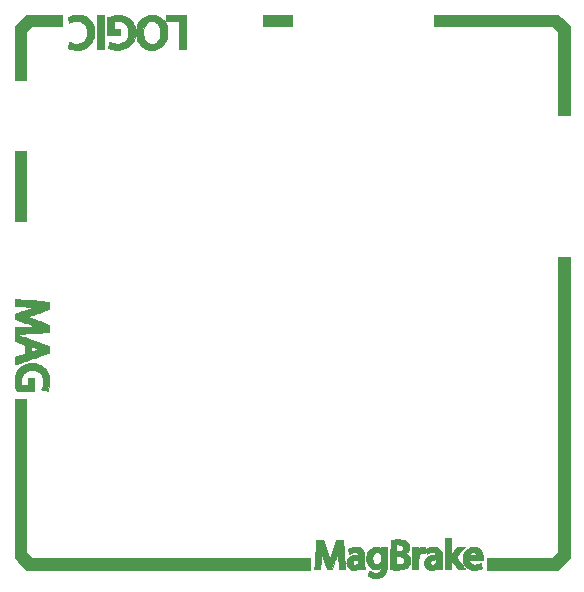
<source format=gto>
G04 #@! TF.GenerationSoftware,KiCad,Pcbnew,(6.0.0-rc1-dev-1168-gacfa13c03)*
G04 #@! TF.CreationDate,2018-12-11T23:00:25+01:00*
G04 #@! TF.ProjectId,wirbelstrombremse_regler,77697262-656c-4737-9472-6f6d6272656d,rev?*
G04 #@! TF.SameCoordinates,Original*
G04 #@! TF.FileFunction,Other,ECO1*
%FSLAX46Y46*%
G04 Gerber Fmt 4.6, Leading zero omitted, Abs format (unit mm)*
G04 Created by KiCad (PCBNEW (6.0.0-rc1-dev-1168-gacfa13c03)) date 11.12.2018 23:00:25*
%MOMM*%
%LPD*%
G01*
G04 APERTURE LIST*
%ADD10C,0.100000*%
%ADD11C,0.010000*%
G04 APERTURE END LIST*
D10*
G36*
X136500000Y-117500000D02*
X136500000Y-117500000D01*
X136500000Y-118500000D01*
X112500000Y-118500000D01*
X111500000Y-117500000D01*
X111500000Y-109500000D01*
X112500000Y-109500000D01*
X112500000Y-117000000D01*
X113000000Y-117500000D01*
X136500000Y-117500000D01*
X136500000Y-117500000D01*
X136500000Y-117500000D01*
X136500000Y-117500000D01*
G37*
X136500000Y-117500000D02*
X136500000Y-117500000D01*
X136500000Y-118500000D01*
X112500000Y-118500000D01*
X111500000Y-117500000D01*
X111500000Y-109500000D01*
X112500000Y-109500000D01*
X112500000Y-117000000D01*
X113000000Y-117500000D01*
X136500000Y-117500000D01*
X136500000Y-117500000D01*
X136500000Y-117500000D01*
G36*
X158500000Y-92000000D02*
X158500000Y-117500000D01*
X157500000Y-118500000D01*
X151500000Y-118500000D01*
X151500000Y-117500000D01*
X157000000Y-117500000D01*
X157500000Y-117000000D01*
X157500000Y-92000000D01*
X158500000Y-92000000D01*
G37*
X158500000Y-92000000D02*
X158500000Y-117500000D01*
X157500000Y-118500000D01*
X151500000Y-118500000D01*
X151500000Y-117500000D01*
X157000000Y-117500000D01*
X157500000Y-117000000D01*
X157500000Y-92000000D01*
X158500000Y-92000000D01*
G36*
X147000000Y-72500000D02*
X147000000Y-71500000D01*
X157500000Y-71500000D01*
X158500000Y-72500000D01*
X158500000Y-80000000D01*
X157500000Y-80000000D01*
X157500000Y-73000000D01*
X157000000Y-72500000D01*
X147000000Y-72500000D01*
G37*
X147000000Y-72500000D02*
X147000000Y-71500000D01*
X157500000Y-71500000D01*
X158500000Y-72500000D01*
X158500000Y-80000000D01*
X157500000Y-80000000D01*
X157500000Y-73000000D01*
X157000000Y-72500000D01*
X147000000Y-72500000D01*
G36*
X132500000Y-71500000D02*
X132500000Y-72500000D01*
X135000000Y-72500000D01*
X135000000Y-71500000D01*
X132500000Y-71500000D01*
G37*
X132500000Y-71500000D02*
X132500000Y-72500000D01*
X135000000Y-72500000D01*
X135000000Y-71500000D01*
X132500000Y-71500000D01*
G36*
X111500000Y-77000000D02*
X111500000Y-72500000D01*
X112500000Y-71500000D01*
X115500000Y-71500000D01*
X115500000Y-72500000D01*
X113000000Y-72500000D01*
X112500000Y-73000000D01*
X112500000Y-77000000D01*
X111500000Y-77000000D01*
G37*
X111500000Y-77000000D02*
X111500000Y-72500000D01*
X112500000Y-71500000D01*
X115500000Y-71500000D01*
X115500000Y-72500000D01*
X113000000Y-72500000D01*
X112500000Y-73000000D01*
X112500000Y-77000000D01*
X111500000Y-77000000D01*
G36*
X111500000Y-83000000D02*
X111500000Y-89000000D01*
X112500000Y-89000000D01*
X112500000Y-83000000D01*
X111500000Y-83000000D01*
G37*
X111500000Y-83000000D02*
X111500000Y-89000000D01*
X112500000Y-89000000D01*
X112500000Y-83000000D01*
X111500000Y-83000000D01*
G36*
X111500000Y-104000000D02*
X111500000Y-109500000D01*
X112500000Y-109500000D01*
X112500000Y-104000000D01*
X111500000Y-104000000D01*
G37*
X111500000Y-104000000D02*
X111500000Y-109500000D01*
X112500000Y-109500000D01*
X112500000Y-104000000D01*
X111500000Y-104000000D01*
D11*
G04 #@! TO.C,G\002A\002A\002A*
G36*
X118478143Y-71566715D02*
X119040572Y-71566715D01*
X119040572Y-74433286D01*
X118478143Y-74433286D01*
X118478143Y-71566715D01*
X118478143Y-71566715D01*
G37*
X118478143Y-71566715D02*
X119040572Y-71566715D01*
X119040572Y-74433286D01*
X118478143Y-74433286D01*
X118478143Y-71566715D01*
G36*
X125445000Y-72074714D02*
X124302000Y-72074714D01*
X124302000Y-71566715D01*
X126007429Y-71566715D01*
X126007429Y-74433286D01*
X125445000Y-74433286D01*
X125445000Y-72074714D01*
X125445000Y-72074714D01*
G37*
X125445000Y-72074714D02*
X124302000Y-72074714D01*
X124302000Y-71566715D01*
X126007429Y-71566715D01*
X126007429Y-74433286D01*
X125445000Y-74433286D01*
X125445000Y-72074714D01*
G36*
X120112068Y-74459527D02*
X119973558Y-74453207D01*
X119849127Y-74441152D01*
X119766286Y-74427349D01*
X119669967Y-74403399D01*
X119579587Y-74374763D01*
X119501621Y-74344149D01*
X119442541Y-74314266D01*
X119408821Y-74287824D01*
X119403429Y-74275506D01*
X119408225Y-74251887D01*
X119421059Y-74202137D01*
X119439596Y-74134378D01*
X119461503Y-74056729D01*
X119484446Y-73977315D01*
X119506092Y-73904255D01*
X119524107Y-73845671D01*
X119536158Y-73809686D01*
X119539323Y-73802561D01*
X119556325Y-73806892D01*
X119596690Y-73823006D01*
X119641059Y-73842614D01*
X119775846Y-73895470D01*
X119912537Y-73929501D01*
X120063043Y-73947086D01*
X120183572Y-73950886D01*
X120373639Y-73941185D01*
X120538351Y-73909093D01*
X120682112Y-73852974D01*
X120809330Y-73771190D01*
X120905195Y-73682986D01*
X121009423Y-73550066D01*
X121084102Y-73401699D01*
X121130323Y-73234837D01*
X121149178Y-73046434D01*
X121149759Y-73000000D01*
X121135627Y-72794819D01*
X121094118Y-72613420D01*
X121025155Y-72455679D01*
X120928657Y-72321472D01*
X120804549Y-72210678D01*
X120652750Y-72123172D01*
X120572193Y-72090191D01*
X120513550Y-72071766D01*
X120451864Y-72059718D01*
X120376986Y-72052767D01*
X120278766Y-72049639D01*
X120247072Y-72049285D01*
X120154512Y-72049778D01*
X120068682Y-72052473D01*
X119999827Y-72056915D01*
X119961322Y-72061929D01*
X119893286Y-72076359D01*
X119893286Y-72673429D01*
X120437572Y-72673429D01*
X120437572Y-73181429D01*
X119330450Y-73181429D01*
X119335189Y-72443785D01*
X119339929Y-71706140D01*
X119466929Y-71663178D01*
X119724351Y-71593476D01*
X120000272Y-71551603D01*
X120201714Y-71539375D01*
X120297328Y-71537708D01*
X120384231Y-71537445D01*
X120453714Y-71538526D01*
X120497066Y-71540893D01*
X120501072Y-71541399D01*
X120741024Y-71590501D01*
X120953682Y-71663069D01*
X121139893Y-71759659D01*
X121300503Y-71880828D01*
X121436358Y-72027133D01*
X121548305Y-72199133D01*
X121573079Y-72247072D01*
X121633458Y-72378988D01*
X121677068Y-72499466D01*
X121706224Y-72619134D01*
X121723239Y-72748623D01*
X121730427Y-72898560D01*
X121731074Y-72972786D01*
X121730038Y-73091787D01*
X121726334Y-73184047D01*
X121719065Y-73259066D01*
X121707333Y-73326344D01*
X121691693Y-73390072D01*
X121614360Y-73612962D01*
X121510054Y-73811641D01*
X121379124Y-73985774D01*
X121221920Y-74135026D01*
X121038793Y-74259064D01*
X120830091Y-74357551D01*
X120607269Y-74427437D01*
X120512258Y-74444068D01*
X120391399Y-74454959D01*
X120254675Y-74460112D01*
X120112068Y-74459527D01*
X120112068Y-74459527D01*
G37*
X120112068Y-74459527D02*
X119973558Y-74453207D01*
X119849127Y-74441152D01*
X119766286Y-74427349D01*
X119669967Y-74403399D01*
X119579587Y-74374763D01*
X119501621Y-74344149D01*
X119442541Y-74314266D01*
X119408821Y-74287824D01*
X119403429Y-74275506D01*
X119408225Y-74251887D01*
X119421059Y-74202137D01*
X119439596Y-74134378D01*
X119461503Y-74056729D01*
X119484446Y-73977315D01*
X119506092Y-73904255D01*
X119524107Y-73845671D01*
X119536158Y-73809686D01*
X119539323Y-73802561D01*
X119556325Y-73806892D01*
X119596690Y-73823006D01*
X119641059Y-73842614D01*
X119775846Y-73895470D01*
X119912537Y-73929501D01*
X120063043Y-73947086D01*
X120183572Y-73950886D01*
X120373639Y-73941185D01*
X120538351Y-73909093D01*
X120682112Y-73852974D01*
X120809330Y-73771190D01*
X120905195Y-73682986D01*
X121009423Y-73550066D01*
X121084102Y-73401699D01*
X121130323Y-73234837D01*
X121149178Y-73046434D01*
X121149759Y-73000000D01*
X121135627Y-72794819D01*
X121094118Y-72613420D01*
X121025155Y-72455679D01*
X120928657Y-72321472D01*
X120804549Y-72210678D01*
X120652750Y-72123172D01*
X120572193Y-72090191D01*
X120513550Y-72071766D01*
X120451864Y-72059718D01*
X120376986Y-72052767D01*
X120278766Y-72049639D01*
X120247072Y-72049285D01*
X120154512Y-72049778D01*
X120068682Y-72052473D01*
X119999827Y-72056915D01*
X119961322Y-72061929D01*
X119893286Y-72076359D01*
X119893286Y-72673429D01*
X120437572Y-72673429D01*
X120437572Y-73181429D01*
X119330450Y-73181429D01*
X119335189Y-72443785D01*
X119339929Y-71706140D01*
X119466929Y-71663178D01*
X119724351Y-71593476D01*
X120000272Y-71551603D01*
X120201714Y-71539375D01*
X120297328Y-71537708D01*
X120384231Y-71537445D01*
X120453714Y-71538526D01*
X120497066Y-71540893D01*
X120501072Y-71541399D01*
X120741024Y-71590501D01*
X120953682Y-71663069D01*
X121139893Y-71759659D01*
X121300503Y-71880828D01*
X121436358Y-72027133D01*
X121548305Y-72199133D01*
X121573079Y-72247072D01*
X121633458Y-72378988D01*
X121677068Y-72499466D01*
X121706224Y-72619134D01*
X121723239Y-72748623D01*
X121730427Y-72898560D01*
X121731074Y-72972786D01*
X121730038Y-73091787D01*
X121726334Y-73184047D01*
X121719065Y-73259066D01*
X121707333Y-73326344D01*
X121691693Y-73390072D01*
X121614360Y-73612962D01*
X121510054Y-73811641D01*
X121379124Y-73985774D01*
X121221920Y-74135026D01*
X121038793Y-74259064D01*
X120830091Y-74357551D01*
X120607269Y-74427437D01*
X120512258Y-74444068D01*
X120391399Y-74454959D01*
X120254675Y-74460112D01*
X120112068Y-74459527D01*
G36*
X116588843Y-74479235D02*
X116349020Y-74446065D01*
X116332459Y-74442664D01*
X116259948Y-74424175D01*
X116183225Y-74399314D01*
X116110211Y-74371352D01*
X116048826Y-74343559D01*
X116006992Y-74319205D01*
X115992571Y-74302333D01*
X115997468Y-74280711D01*
X116010574Y-74232492D01*
X116029509Y-74165790D01*
X116051897Y-74088715D01*
X116075358Y-74009379D01*
X116097515Y-73935893D01*
X116115990Y-73876370D01*
X116128404Y-73838920D01*
X116128567Y-73838473D01*
X116141715Y-73826155D01*
X116171112Y-73833571D01*
X116194771Y-73845002D01*
X116355777Y-73910740D01*
X116534001Y-73953175D01*
X116717251Y-73970252D01*
X116884565Y-73961162D01*
X117038205Y-73931792D01*
X117166223Y-73887317D01*
X117277588Y-73823587D01*
X117381272Y-73736451D01*
X117390949Y-73726904D01*
X117494475Y-73606581D01*
X117571295Y-73476805D01*
X117623042Y-73332652D01*
X117651351Y-73169198D01*
X117657854Y-72981520D01*
X117656143Y-72927429D01*
X117633776Y-72725975D01*
X117585373Y-72549586D01*
X117511034Y-72398401D01*
X117410858Y-72272558D01*
X117284946Y-72172194D01*
X117133397Y-72097448D01*
X117032279Y-72065492D01*
X116896269Y-72042807D01*
X116741130Y-72037833D01*
X116578774Y-72049493D01*
X116421113Y-72076706D01*
X116280058Y-72118395D01*
X116233199Y-72137850D01*
X116179089Y-72160979D01*
X116139582Y-72174792D01*
X116124657Y-72176562D01*
X116117466Y-72157412D01*
X116103653Y-72111553D01*
X116085319Y-72046829D01*
X116064561Y-71971088D01*
X116043481Y-71892174D01*
X116024177Y-71817933D01*
X116008750Y-71756210D01*
X115999298Y-71714851D01*
X115997541Y-71701559D01*
X116014683Y-71692137D01*
X116053444Y-71672124D01*
X116076895Y-71660237D01*
X116177640Y-71618759D01*
X116300573Y-71582374D01*
X116431629Y-71554653D01*
X116552605Y-71539463D01*
X116633642Y-71533499D01*
X116712794Y-71527714D01*
X116772714Y-71523376D01*
X116831712Y-71522225D01*
X116910524Y-71524679D01*
X116992917Y-71530208D01*
X116999500Y-71530797D01*
X117225168Y-71568010D01*
X117433864Y-71635763D01*
X117623504Y-71732281D01*
X117792005Y-71855789D01*
X117937285Y-72004512D01*
X118057260Y-72176673D01*
X118149848Y-72370498D01*
X118207706Y-72560555D01*
X118232834Y-72712072D01*
X118245011Y-72883792D01*
X118244395Y-73062920D01*
X118231142Y-73236659D01*
X118205407Y-73392212D01*
X118197146Y-73426357D01*
X118158622Y-73542513D01*
X118102285Y-73671727D01*
X118034845Y-73800310D01*
X117963013Y-73914575D01*
X117946788Y-73937105D01*
X117811234Y-74089978D01*
X117650470Y-74219504D01*
X117467936Y-74324605D01*
X117267068Y-74404206D01*
X117051304Y-74457229D01*
X116824083Y-74482597D01*
X116588843Y-74479235D01*
X116588843Y-74479235D01*
G37*
X116588843Y-74479235D02*
X116349020Y-74446065D01*
X116332459Y-74442664D01*
X116259948Y-74424175D01*
X116183225Y-74399314D01*
X116110211Y-74371352D01*
X116048826Y-74343559D01*
X116006992Y-74319205D01*
X115992571Y-74302333D01*
X115997468Y-74280711D01*
X116010574Y-74232492D01*
X116029509Y-74165790D01*
X116051897Y-74088715D01*
X116075358Y-74009379D01*
X116097515Y-73935893D01*
X116115990Y-73876370D01*
X116128404Y-73838920D01*
X116128567Y-73838473D01*
X116141715Y-73826155D01*
X116171112Y-73833571D01*
X116194771Y-73845002D01*
X116355777Y-73910740D01*
X116534001Y-73953175D01*
X116717251Y-73970252D01*
X116884565Y-73961162D01*
X117038205Y-73931792D01*
X117166223Y-73887317D01*
X117277588Y-73823587D01*
X117381272Y-73736451D01*
X117390949Y-73726904D01*
X117494475Y-73606581D01*
X117571295Y-73476805D01*
X117623042Y-73332652D01*
X117651351Y-73169198D01*
X117657854Y-72981520D01*
X117656143Y-72927429D01*
X117633776Y-72725975D01*
X117585373Y-72549586D01*
X117511034Y-72398401D01*
X117410858Y-72272558D01*
X117284946Y-72172194D01*
X117133397Y-72097448D01*
X117032279Y-72065492D01*
X116896269Y-72042807D01*
X116741130Y-72037833D01*
X116578774Y-72049493D01*
X116421113Y-72076706D01*
X116280058Y-72118395D01*
X116233199Y-72137850D01*
X116179089Y-72160979D01*
X116139582Y-72174792D01*
X116124657Y-72176562D01*
X116117466Y-72157412D01*
X116103653Y-72111553D01*
X116085319Y-72046829D01*
X116064561Y-71971088D01*
X116043481Y-71892174D01*
X116024177Y-71817933D01*
X116008750Y-71756210D01*
X115999298Y-71714851D01*
X115997541Y-71701559D01*
X116014683Y-71692137D01*
X116053444Y-71672124D01*
X116076895Y-71660237D01*
X116177640Y-71618759D01*
X116300573Y-71582374D01*
X116431629Y-71554653D01*
X116552605Y-71539463D01*
X116633642Y-71533499D01*
X116712794Y-71527714D01*
X116772714Y-71523376D01*
X116831712Y-71522225D01*
X116910524Y-71524679D01*
X116992917Y-71530208D01*
X116999500Y-71530797D01*
X117225168Y-71568010D01*
X117433864Y-71635763D01*
X117623504Y-71732281D01*
X117792005Y-71855789D01*
X117937285Y-72004512D01*
X118057260Y-72176673D01*
X118149848Y-72370498D01*
X118207706Y-72560555D01*
X118232834Y-72712072D01*
X118245011Y-72883792D01*
X118244395Y-73062920D01*
X118231142Y-73236659D01*
X118205407Y-73392212D01*
X118197146Y-73426357D01*
X118158622Y-73542513D01*
X118102285Y-73671727D01*
X118034845Y-73800310D01*
X117963013Y-73914575D01*
X117946788Y-73937105D01*
X117811234Y-74089978D01*
X117650470Y-74219504D01*
X117467936Y-74324605D01*
X117267068Y-74404206D01*
X117051304Y-74457229D01*
X116824083Y-74482597D01*
X116588843Y-74479235D01*
G36*
X122959976Y-74472361D02*
X122842790Y-74459303D01*
X122778000Y-74446009D01*
X122578346Y-74375742D01*
X122398757Y-74276541D01*
X122240485Y-74150502D01*
X122104785Y-73999719D01*
X121992909Y-73826289D01*
X121906111Y-73632306D01*
X121845644Y-73419866D01*
X121812761Y-73191064D01*
X121808717Y-72947995D01*
X121816283Y-72838258D01*
X121849400Y-72606287D01*
X121903479Y-72400823D01*
X121980395Y-72217511D01*
X122082026Y-72051997D01*
X122210247Y-71899926D01*
X122228765Y-71881119D01*
X122313407Y-71802377D01*
X122394815Y-71741597D01*
X122489306Y-71687142D01*
X122528122Y-71667602D01*
X122613472Y-71628398D01*
X122700958Y-71592619D01*
X122776811Y-71565735D01*
X122805214Y-71557552D01*
X122901374Y-71539598D01*
X123018465Y-71527172D01*
X123142610Y-71520951D01*
X123259932Y-71521610D01*
X123356554Y-71529825D01*
X123360939Y-71530501D01*
X123565660Y-71580708D01*
X123755316Y-71662603D01*
X123927388Y-71773823D01*
X124079359Y-71912010D01*
X124208712Y-72074803D01*
X124312930Y-72259842D01*
X124389494Y-72464767D01*
X124400561Y-72505188D01*
X124434827Y-72685761D01*
X124451335Y-72885631D01*
X124450743Y-72981857D01*
X123856120Y-72981857D01*
X123854848Y-72875843D01*
X123851186Y-72795843D01*
X123843831Y-72731603D01*
X123831477Y-72672869D01*
X123812820Y-72609385D01*
X123806147Y-72588930D01*
X123736036Y-72420889D01*
X123646489Y-72279774D01*
X123539183Y-72167376D01*
X123415792Y-72085483D01*
X123291125Y-72039027D01*
X123237271Y-72030985D01*
X123163755Y-72026840D01*
X123091511Y-72027356D01*
X122999590Y-72035963D01*
X122921483Y-72056512D01*
X122843002Y-72090764D01*
X122718949Y-72171647D01*
X122612746Y-72281726D01*
X122525981Y-72417758D01*
X122460243Y-72576502D01*
X122417121Y-72754715D01*
X122398203Y-72949154D01*
X122397442Y-73000000D01*
X122410221Y-73200604D01*
X122446958Y-73382990D01*
X122505935Y-73545021D01*
X122585436Y-73684558D01*
X122683744Y-73799462D01*
X122799143Y-73887597D01*
X122929914Y-73946822D01*
X123074341Y-73975000D01*
X123180481Y-73975265D01*
X123329570Y-73947314D01*
X123464290Y-73886694D01*
X123582630Y-73794850D01*
X123682578Y-73673229D01*
X123739541Y-73573171D01*
X123787886Y-73463382D01*
X123821678Y-73358258D01*
X123842947Y-73247496D01*
X123853724Y-73120798D01*
X123856120Y-72981857D01*
X124450743Y-72981857D01*
X124450061Y-73092442D01*
X124430980Y-73293834D01*
X124402454Y-73444500D01*
X124381148Y-73515009D01*
X124347970Y-73604379D01*
X124308054Y-73699417D01*
X124278972Y-73762000D01*
X124232265Y-73853703D01*
X124189554Y-73925219D01*
X124142210Y-73988555D01*
X124081603Y-74055717D01*
X124030870Y-74107252D01*
X123866705Y-74248397D01*
X123689988Y-74356235D01*
X123497877Y-74432424D01*
X123449286Y-74446152D01*
X123348804Y-74464476D01*
X123225448Y-74474950D01*
X123091684Y-74477577D01*
X122959976Y-74472361D01*
X122959976Y-74472361D01*
G37*
X122959976Y-74472361D02*
X122842790Y-74459303D01*
X122778000Y-74446009D01*
X122578346Y-74375742D01*
X122398757Y-74276541D01*
X122240485Y-74150502D01*
X122104785Y-73999719D01*
X121992909Y-73826289D01*
X121906111Y-73632306D01*
X121845644Y-73419866D01*
X121812761Y-73191064D01*
X121808717Y-72947995D01*
X121816283Y-72838258D01*
X121849400Y-72606287D01*
X121903479Y-72400823D01*
X121980395Y-72217511D01*
X122082026Y-72051997D01*
X122210247Y-71899926D01*
X122228765Y-71881119D01*
X122313407Y-71802377D01*
X122394815Y-71741597D01*
X122489306Y-71687142D01*
X122528122Y-71667602D01*
X122613472Y-71628398D01*
X122700958Y-71592619D01*
X122776811Y-71565735D01*
X122805214Y-71557552D01*
X122901374Y-71539598D01*
X123018465Y-71527172D01*
X123142610Y-71520951D01*
X123259932Y-71521610D01*
X123356554Y-71529825D01*
X123360939Y-71530501D01*
X123565660Y-71580708D01*
X123755316Y-71662603D01*
X123927388Y-71773823D01*
X124079359Y-71912010D01*
X124208712Y-72074803D01*
X124312930Y-72259842D01*
X124389494Y-72464767D01*
X124400561Y-72505188D01*
X124434827Y-72685761D01*
X124451335Y-72885631D01*
X124450743Y-72981857D01*
X123856120Y-72981857D01*
X123854848Y-72875843D01*
X123851186Y-72795843D01*
X123843831Y-72731603D01*
X123831477Y-72672869D01*
X123812820Y-72609385D01*
X123806147Y-72588930D01*
X123736036Y-72420889D01*
X123646489Y-72279774D01*
X123539183Y-72167376D01*
X123415792Y-72085483D01*
X123291125Y-72039027D01*
X123237271Y-72030985D01*
X123163755Y-72026840D01*
X123091511Y-72027356D01*
X122999590Y-72035963D01*
X122921483Y-72056512D01*
X122843002Y-72090764D01*
X122718949Y-72171647D01*
X122612746Y-72281726D01*
X122525981Y-72417758D01*
X122460243Y-72576502D01*
X122417121Y-72754715D01*
X122398203Y-72949154D01*
X122397442Y-73000000D01*
X122410221Y-73200604D01*
X122446958Y-73382990D01*
X122505935Y-73545021D01*
X122585436Y-73684558D01*
X122683744Y-73799462D01*
X122799143Y-73887597D01*
X122929914Y-73946822D01*
X123074341Y-73975000D01*
X123180481Y-73975265D01*
X123329570Y-73947314D01*
X123464290Y-73886694D01*
X123582630Y-73794850D01*
X123682578Y-73673229D01*
X123739541Y-73573171D01*
X123787886Y-73463382D01*
X123821678Y-73358258D01*
X123842947Y-73247496D01*
X123853724Y-73120798D01*
X123856120Y-72981857D01*
X124450743Y-72981857D01*
X124450061Y-73092442D01*
X124430980Y-73293834D01*
X124402454Y-73444500D01*
X124381148Y-73515009D01*
X124347970Y-73604379D01*
X124308054Y-73699417D01*
X124278972Y-73762000D01*
X124232265Y-73853703D01*
X124189554Y-73925219D01*
X124142210Y-73988555D01*
X124081603Y-74055717D01*
X124030870Y-74107252D01*
X123866705Y-74248397D01*
X123689988Y-74356235D01*
X123497877Y-74432424D01*
X123449286Y-74446152D01*
X123348804Y-74464476D01*
X123225448Y-74474950D01*
X123091684Y-74477577D01*
X122959976Y-74472361D01*
G36*
X114356620Y-100142229D02*
X114318128Y-100155966D01*
X114250357Y-100179578D01*
X114156427Y-100212007D01*
X114039458Y-100252193D01*
X113902570Y-100299077D01*
X113748882Y-100351599D01*
X113581516Y-100408701D01*
X113403591Y-100469322D01*
X113218226Y-100532403D01*
X113028542Y-100596886D01*
X112837659Y-100661710D01*
X112648698Y-100725817D01*
X112464777Y-100788146D01*
X112289016Y-100847639D01*
X112124537Y-100903237D01*
X111974459Y-100953879D01*
X111841901Y-100998507D01*
X111729985Y-101036061D01*
X111641829Y-101065482D01*
X111580554Y-101085711D01*
X111549280Y-101095688D01*
X111545887Y-101096571D01*
X111540803Y-101079414D01*
X111536422Y-101031878D01*
X111533041Y-100959868D01*
X111530960Y-100869291D01*
X111530429Y-100789652D01*
X111530429Y-100482732D01*
X111947714Y-100343643D01*
X112365000Y-100204553D01*
X112365000Y-99430446D01*
X111947714Y-99291357D01*
X111530429Y-99152267D01*
X111530429Y-97976000D01*
X111571250Y-97975867D01*
X111597587Y-97974815D01*
X111656191Y-97971861D01*
X111743105Y-97967225D01*
X111854373Y-97961124D01*
X111986037Y-97953776D01*
X112134140Y-97945400D01*
X112294727Y-97936214D01*
X112392214Y-97930590D01*
X112558864Y-97921004D01*
X112715858Y-97912086D01*
X112859151Y-97904056D01*
X112984695Y-97897136D01*
X113088446Y-97891548D01*
X113166356Y-97887513D01*
X113214380Y-97885255D01*
X113226786Y-97884847D01*
X113221326Y-97878798D01*
X113184444Y-97861610D01*
X113118888Y-97834352D01*
X113027406Y-97798093D01*
X112912747Y-97753904D01*
X112777658Y-97702852D01*
X112624888Y-97646008D01*
X112457185Y-97584441D01*
X112419429Y-97570685D01*
X111557643Y-97257122D01*
X111547517Y-96822598D01*
X111661437Y-96784347D01*
X111703331Y-96770224D01*
X111775247Y-96745916D01*
X111872844Y-96712893D01*
X111991779Y-96672625D01*
X112127713Y-96626582D01*
X112276302Y-96576234D01*
X112433207Y-96523051D01*
X112495675Y-96501873D01*
X113215992Y-96257649D01*
X113067175Y-96246894D01*
X113014930Y-96243362D01*
X112931581Y-96238032D01*
X112822245Y-96231217D01*
X112692042Y-96223232D01*
X112546091Y-96214391D01*
X112389511Y-96205006D01*
X112227422Y-96195393D01*
X112224393Y-96195215D01*
X111530429Y-96154290D01*
X111530429Y-95579499D01*
X111589393Y-95588842D01*
X111616599Y-95591549D01*
X111677087Y-95596489D01*
X111767937Y-95603452D01*
X111886228Y-95612227D01*
X112029039Y-95622604D01*
X112193449Y-95634374D01*
X112376538Y-95647325D01*
X112575384Y-95661247D01*
X112787067Y-95675930D01*
X113008666Y-95691164D01*
X113041224Y-95693391D01*
X114434091Y-95788596D01*
X114429153Y-96106534D01*
X114424214Y-96424473D01*
X113925286Y-96601436D01*
X113768138Y-96656897D01*
X113595119Y-96717486D01*
X113416981Y-96779470D01*
X113244476Y-96839115D01*
X113088357Y-96892687D01*
X113000392Y-96922607D01*
X112885116Y-96962348D01*
X112783794Y-96998661D01*
X112700685Y-97029904D01*
X112640048Y-97054435D01*
X112606143Y-97070612D01*
X112601250Y-97076482D01*
X112627120Y-97085566D01*
X112680602Y-97104179D01*
X112755010Y-97130001D01*
X112843659Y-97160710D01*
X112891143Y-97177140D01*
X112971314Y-97205273D01*
X113079415Y-97243808D01*
X113209353Y-97290543D01*
X113355032Y-97343272D01*
X113510358Y-97399791D01*
X113669236Y-97457895D01*
X113789214Y-97501980D01*
X114424214Y-97735830D01*
X114429158Y-98052766D01*
X114434101Y-98369701D01*
X114293086Y-98380051D01*
X114251144Y-98382895D01*
X114176353Y-98387706D01*
X114072082Y-98394276D01*
X113941702Y-98402397D01*
X113788583Y-98411862D01*
X113616097Y-98422463D01*
X113427614Y-98433991D01*
X113226504Y-98446238D01*
X113016137Y-98458997D01*
X112900214Y-98466006D01*
X112689887Y-98478852D01*
X112489765Y-98491353D01*
X112302862Y-98503303D01*
X112132192Y-98514496D01*
X111980768Y-98524727D01*
X111851604Y-98533789D01*
X111747714Y-98541477D01*
X111672113Y-98547585D01*
X111627813Y-98551907D01*
X111617317Y-98553626D01*
X111628395Y-98561531D01*
X111672731Y-98580349D01*
X111749115Y-98609651D01*
X111856339Y-98649007D01*
X111993191Y-98697986D01*
X112158464Y-98756159D01*
X112350948Y-98823097D01*
X112569433Y-98898368D01*
X112812710Y-98981543D01*
X112886607Y-99006666D01*
X112886607Y-99590538D01*
X112881465Y-99607607D01*
X112877213Y-99654100D01*
X112874260Y-99723160D01*
X112873015Y-99807929D01*
X112873000Y-99818722D01*
X112873387Y-99913118D01*
X112875086Y-99976760D01*
X112878903Y-100015177D01*
X112885642Y-100033898D01*
X112896110Y-100038453D01*
X112904750Y-100036611D01*
X112931587Y-100027801D01*
X112986709Y-100009521D01*
X113063988Y-99983809D01*
X113157299Y-99952703D01*
X113251835Y-99921141D01*
X113567170Y-99815791D01*
X113233692Y-99703077D01*
X113129803Y-99668198D01*
X113037704Y-99637725D01*
X112962901Y-99613443D01*
X112910897Y-99597135D01*
X112887196Y-99590588D01*
X112886607Y-99590538D01*
X112886607Y-99006666D01*
X113005245Y-99047000D01*
X114424214Y-99528357D01*
X114429191Y-99820938D01*
X114434169Y-100113519D01*
X114356620Y-100142229D01*
X114356620Y-100142229D01*
G37*
X114356620Y-100142229D02*
X114318128Y-100155966D01*
X114250357Y-100179578D01*
X114156427Y-100212007D01*
X114039458Y-100252193D01*
X113902570Y-100299077D01*
X113748882Y-100351599D01*
X113581516Y-100408701D01*
X113403591Y-100469322D01*
X113218226Y-100532403D01*
X113028542Y-100596886D01*
X112837659Y-100661710D01*
X112648698Y-100725817D01*
X112464777Y-100788146D01*
X112289016Y-100847639D01*
X112124537Y-100903237D01*
X111974459Y-100953879D01*
X111841901Y-100998507D01*
X111729985Y-101036061D01*
X111641829Y-101065482D01*
X111580554Y-101085711D01*
X111549280Y-101095688D01*
X111545887Y-101096571D01*
X111540803Y-101079414D01*
X111536422Y-101031878D01*
X111533041Y-100959868D01*
X111530960Y-100869291D01*
X111530429Y-100789652D01*
X111530429Y-100482732D01*
X111947714Y-100343643D01*
X112365000Y-100204553D01*
X112365000Y-99430446D01*
X111947714Y-99291357D01*
X111530429Y-99152267D01*
X111530429Y-97976000D01*
X111571250Y-97975867D01*
X111597587Y-97974815D01*
X111656191Y-97971861D01*
X111743105Y-97967225D01*
X111854373Y-97961124D01*
X111986037Y-97953776D01*
X112134140Y-97945400D01*
X112294727Y-97936214D01*
X112392214Y-97930590D01*
X112558864Y-97921004D01*
X112715858Y-97912086D01*
X112859151Y-97904056D01*
X112984695Y-97897136D01*
X113088446Y-97891548D01*
X113166356Y-97887513D01*
X113214380Y-97885255D01*
X113226786Y-97884847D01*
X113221326Y-97878798D01*
X113184444Y-97861610D01*
X113118888Y-97834352D01*
X113027406Y-97798093D01*
X112912747Y-97753904D01*
X112777658Y-97702852D01*
X112624888Y-97646008D01*
X112457185Y-97584441D01*
X112419429Y-97570685D01*
X111557643Y-97257122D01*
X111547517Y-96822598D01*
X111661437Y-96784347D01*
X111703331Y-96770224D01*
X111775247Y-96745916D01*
X111872844Y-96712893D01*
X111991779Y-96672625D01*
X112127713Y-96626582D01*
X112276302Y-96576234D01*
X112433207Y-96523051D01*
X112495675Y-96501873D01*
X113215992Y-96257649D01*
X113067175Y-96246894D01*
X113014930Y-96243362D01*
X112931581Y-96238032D01*
X112822245Y-96231217D01*
X112692042Y-96223232D01*
X112546091Y-96214391D01*
X112389511Y-96205006D01*
X112227422Y-96195393D01*
X112224393Y-96195215D01*
X111530429Y-96154290D01*
X111530429Y-95579499D01*
X111589393Y-95588842D01*
X111616599Y-95591549D01*
X111677087Y-95596489D01*
X111767937Y-95603452D01*
X111886228Y-95612227D01*
X112029039Y-95622604D01*
X112193449Y-95634374D01*
X112376538Y-95647325D01*
X112575384Y-95661247D01*
X112787067Y-95675930D01*
X113008666Y-95691164D01*
X113041224Y-95693391D01*
X114434091Y-95788596D01*
X114429153Y-96106534D01*
X114424214Y-96424473D01*
X113925286Y-96601436D01*
X113768138Y-96656897D01*
X113595119Y-96717486D01*
X113416981Y-96779470D01*
X113244476Y-96839115D01*
X113088357Y-96892687D01*
X113000392Y-96922607D01*
X112885116Y-96962348D01*
X112783794Y-96998661D01*
X112700685Y-97029904D01*
X112640048Y-97054435D01*
X112606143Y-97070612D01*
X112601250Y-97076482D01*
X112627120Y-97085566D01*
X112680602Y-97104179D01*
X112755010Y-97130001D01*
X112843659Y-97160710D01*
X112891143Y-97177140D01*
X112971314Y-97205273D01*
X113079415Y-97243808D01*
X113209353Y-97290543D01*
X113355032Y-97343272D01*
X113510358Y-97399791D01*
X113669236Y-97457895D01*
X113789214Y-97501980D01*
X114424214Y-97735830D01*
X114429158Y-98052766D01*
X114434101Y-98369701D01*
X114293086Y-98380051D01*
X114251144Y-98382895D01*
X114176353Y-98387706D01*
X114072082Y-98394276D01*
X113941702Y-98402397D01*
X113788583Y-98411862D01*
X113616097Y-98422463D01*
X113427614Y-98433991D01*
X113226504Y-98446238D01*
X113016137Y-98458997D01*
X112900214Y-98466006D01*
X112689887Y-98478852D01*
X112489765Y-98491353D01*
X112302862Y-98503303D01*
X112132192Y-98514496D01*
X111980768Y-98524727D01*
X111851604Y-98533789D01*
X111747714Y-98541477D01*
X111672113Y-98547585D01*
X111627813Y-98551907D01*
X111617317Y-98553626D01*
X111628395Y-98561531D01*
X111672731Y-98580349D01*
X111749115Y-98609651D01*
X111856339Y-98649007D01*
X111993191Y-98697986D01*
X112158464Y-98756159D01*
X112350948Y-98823097D01*
X112569433Y-98898368D01*
X112812710Y-98981543D01*
X112886607Y-99006666D01*
X112886607Y-99590538D01*
X112881465Y-99607607D01*
X112877213Y-99654100D01*
X112874260Y-99723160D01*
X112873015Y-99807929D01*
X112873000Y-99818722D01*
X112873387Y-99913118D01*
X112875086Y-99976760D01*
X112878903Y-100015177D01*
X112885642Y-100033898D01*
X112896110Y-100038453D01*
X112904750Y-100036611D01*
X112931587Y-100027801D01*
X112986709Y-100009521D01*
X113063988Y-99983809D01*
X113157299Y-99952703D01*
X113251835Y-99921141D01*
X113567170Y-99815791D01*
X113233692Y-99703077D01*
X113129803Y-99668198D01*
X113037704Y-99637725D01*
X112962901Y-99613443D01*
X112910897Y-99597135D01*
X112887196Y-99590588D01*
X112886607Y-99590538D01*
X112886607Y-99006666D01*
X113005245Y-99047000D01*
X114424214Y-99528357D01*
X114429191Y-99820938D01*
X114434169Y-100113519D01*
X114356620Y-100142229D01*
G36*
X114443641Y-102752248D02*
X114414254Y-102966953D01*
X114363535Y-103165411D01*
X114361666Y-103171069D01*
X114337627Y-103243195D01*
X114317124Y-103293247D01*
X114293838Y-103323378D01*
X114261450Y-103335743D01*
X114213640Y-103332494D01*
X114144089Y-103315786D01*
X114046476Y-103287773D01*
X114031752Y-103283516D01*
X113943679Y-103257912D01*
X113869015Y-103235840D01*
X113814228Y-103219238D01*
X113785785Y-103210049D01*
X113783303Y-103208989D01*
X113786862Y-103191279D01*
X113801107Y-103146944D01*
X113823613Y-103083197D01*
X113844865Y-103025898D01*
X113874119Y-102945582D01*
X113893965Y-102880339D01*
X113906628Y-102818284D01*
X113914329Y-102747531D01*
X113919292Y-102656192D01*
X113920669Y-102620571D01*
X113919578Y-102434608D01*
X113900306Y-102275201D01*
X113861023Y-102136515D01*
X113799901Y-102012711D01*
X113715108Y-101897955D01*
X113683049Y-101862584D01*
X113556273Y-101754346D01*
X113407543Y-101674653D01*
X113236606Y-101623409D01*
X113043211Y-101600523D01*
X112972786Y-101599183D01*
X112771885Y-101614126D01*
X112592437Y-101656837D01*
X112435538Y-101726529D01*
X112302286Y-101822415D01*
X112193778Y-101943705D01*
X112111111Y-102089612D01*
X112055761Y-102257714D01*
X112042402Y-102342327D01*
X112034599Y-102449099D01*
X112032644Y-102564291D01*
X112036828Y-102674161D01*
X112045272Y-102752107D01*
X112058795Y-102838285D01*
X112655286Y-102838285D01*
X112655286Y-102294000D01*
X113163286Y-102294000D01*
X113163286Y-103400714D01*
X111679839Y-103400714D01*
X111632611Y-103251035D01*
X111605746Y-103161081D01*
X111579214Y-103064317D01*
X111558404Y-102980471D01*
X111557024Y-102974357D01*
X111545605Y-102903782D01*
X111535894Y-102806891D01*
X111528157Y-102692257D01*
X111522663Y-102568455D01*
X111519681Y-102444059D01*
X111519480Y-102327645D01*
X111522326Y-102227787D01*
X111528490Y-102153059D01*
X111530841Y-102137838D01*
X111544827Y-102074168D01*
X111566139Y-101992704D01*
X111590417Y-101910003D01*
X111592943Y-101901980D01*
X111673609Y-101705515D01*
X111783615Y-101529005D01*
X111920749Y-101374487D01*
X112082798Y-101243999D01*
X112267550Y-101139578D01*
X112472791Y-101063260D01*
X112516890Y-101051349D01*
X112757524Y-101006434D01*
X112992396Y-100993971D01*
X113218886Y-101012724D01*
X113434374Y-101061459D01*
X113636240Y-101138942D01*
X113821863Y-101243940D01*
X113988624Y-101375218D01*
X114133902Y-101531541D01*
X114255078Y-101711676D01*
X114349531Y-101914388D01*
X114349620Y-101914626D01*
X114404684Y-102102487D01*
X114438767Y-102310833D01*
X114451782Y-102530481D01*
X114443641Y-102752248D01*
X114443641Y-102752248D01*
G37*
X114443641Y-102752248D02*
X114414254Y-102966953D01*
X114363535Y-103165411D01*
X114361666Y-103171069D01*
X114337627Y-103243195D01*
X114317124Y-103293247D01*
X114293838Y-103323378D01*
X114261450Y-103335743D01*
X114213640Y-103332494D01*
X114144089Y-103315786D01*
X114046476Y-103287773D01*
X114031752Y-103283516D01*
X113943679Y-103257912D01*
X113869015Y-103235840D01*
X113814228Y-103219238D01*
X113785785Y-103210049D01*
X113783303Y-103208989D01*
X113786862Y-103191279D01*
X113801107Y-103146944D01*
X113823613Y-103083197D01*
X113844865Y-103025898D01*
X113874119Y-102945582D01*
X113893965Y-102880339D01*
X113906628Y-102818284D01*
X113914329Y-102747531D01*
X113919292Y-102656192D01*
X113920669Y-102620571D01*
X113919578Y-102434608D01*
X113900306Y-102275201D01*
X113861023Y-102136515D01*
X113799901Y-102012711D01*
X113715108Y-101897955D01*
X113683049Y-101862584D01*
X113556273Y-101754346D01*
X113407543Y-101674653D01*
X113236606Y-101623409D01*
X113043211Y-101600523D01*
X112972786Y-101599183D01*
X112771885Y-101614126D01*
X112592437Y-101656837D01*
X112435538Y-101726529D01*
X112302286Y-101822415D01*
X112193778Y-101943705D01*
X112111111Y-102089612D01*
X112055761Y-102257714D01*
X112042402Y-102342327D01*
X112034599Y-102449099D01*
X112032644Y-102564291D01*
X112036828Y-102674161D01*
X112045272Y-102752107D01*
X112058795Y-102838285D01*
X112655286Y-102838285D01*
X112655286Y-102294000D01*
X113163286Y-102294000D01*
X113163286Y-103400714D01*
X111679839Y-103400714D01*
X111632611Y-103251035D01*
X111605746Y-103161081D01*
X111579214Y-103064317D01*
X111558404Y-102980471D01*
X111557024Y-102974357D01*
X111545605Y-102903782D01*
X111535894Y-102806891D01*
X111528157Y-102692257D01*
X111522663Y-102568455D01*
X111519681Y-102444059D01*
X111519480Y-102327645D01*
X111522326Y-102227787D01*
X111528490Y-102153059D01*
X111530841Y-102137838D01*
X111544827Y-102074168D01*
X111566139Y-101992704D01*
X111590417Y-101910003D01*
X111592943Y-101901980D01*
X111673609Y-101705515D01*
X111783615Y-101529005D01*
X111920749Y-101374487D01*
X112082798Y-101243999D01*
X112267550Y-101139578D01*
X112472791Y-101063260D01*
X112516890Y-101051349D01*
X112757524Y-101006434D01*
X112992396Y-100993971D01*
X113218886Y-101012724D01*
X113434374Y-101061459D01*
X113636240Y-101138942D01*
X113821863Y-101243940D01*
X113988624Y-101375218D01*
X114133902Y-101531541D01*
X114255078Y-101711676D01*
X114349531Y-101914388D01*
X114349620Y-101914626D01*
X114404684Y-102102487D01*
X114438767Y-102310833D01*
X114451782Y-102530481D01*
X114443641Y-102752248D01*
G36*
X148476750Y-117168876D02*
X148718843Y-116882881D01*
X148960937Y-116596885D01*
X149293649Y-116596005D01*
X149626360Y-116595125D01*
X149561655Y-116662593D01*
X149490359Y-116737368D01*
X149412489Y-116819783D01*
X149330917Y-116906726D01*
X149248515Y-116995082D01*
X149168153Y-117081737D01*
X149092705Y-117163578D01*
X149025042Y-117237491D01*
X148968036Y-117300361D01*
X148924559Y-117349075D01*
X148897481Y-117380520D01*
X148889500Y-117391413D01*
X148898679Y-117406381D01*
X148924891Y-117444031D01*
X148966144Y-117501626D01*
X149020446Y-117576429D01*
X149085806Y-117665700D01*
X149160232Y-117766704D01*
X149241732Y-117876703D01*
X149278437Y-117926059D01*
X149362345Y-118039007D01*
X149440038Y-118144057D01*
X149509525Y-118238484D01*
X149568818Y-118319561D01*
X149615926Y-118384564D01*
X149648860Y-118430767D01*
X149665629Y-118455445D01*
X149667375Y-118458764D01*
X149652301Y-118461705D01*
X149610274Y-118463885D01*
X149546083Y-118465212D01*
X149464516Y-118465595D01*
X149370363Y-118464941D01*
X149354936Y-118464741D01*
X149042498Y-118460437D01*
X148781920Y-118098596D01*
X148703380Y-117990090D01*
X148640954Y-117905300D01*
X148592679Y-117841844D01*
X148556590Y-117797336D01*
X148530724Y-117769393D01*
X148513116Y-117755631D01*
X148501802Y-117753667D01*
X148499045Y-117755258D01*
X148491454Y-117767394D01*
X148485713Y-117791992D01*
X148481598Y-117832722D01*
X148478885Y-117893257D01*
X148477351Y-117977268D01*
X148476771Y-118088427D01*
X148476750Y-118121068D01*
X148476750Y-118468375D01*
X147968750Y-118468375D01*
X147968750Y-115817250D01*
X148476750Y-115817250D01*
X148476750Y-117168876D01*
X148476750Y-117168876D01*
G37*
X148476750Y-117168876D02*
X148718843Y-116882881D01*
X148960937Y-116596885D01*
X149293649Y-116596005D01*
X149626360Y-116595125D01*
X149561655Y-116662593D01*
X149490359Y-116737368D01*
X149412489Y-116819783D01*
X149330917Y-116906726D01*
X149248515Y-116995082D01*
X149168153Y-117081737D01*
X149092705Y-117163578D01*
X149025042Y-117237491D01*
X148968036Y-117300361D01*
X148924559Y-117349075D01*
X148897481Y-117380520D01*
X148889500Y-117391413D01*
X148898679Y-117406381D01*
X148924891Y-117444031D01*
X148966144Y-117501626D01*
X149020446Y-117576429D01*
X149085806Y-117665700D01*
X149160232Y-117766704D01*
X149241732Y-117876703D01*
X149278437Y-117926059D01*
X149362345Y-118039007D01*
X149440038Y-118144057D01*
X149509525Y-118238484D01*
X149568818Y-118319561D01*
X149615926Y-118384564D01*
X149648860Y-118430767D01*
X149665629Y-118455445D01*
X149667375Y-118458764D01*
X149652301Y-118461705D01*
X149610274Y-118463885D01*
X149546083Y-118465212D01*
X149464516Y-118465595D01*
X149370363Y-118464941D01*
X149354936Y-118464741D01*
X149042498Y-118460437D01*
X148781920Y-118098596D01*
X148703380Y-117990090D01*
X148640954Y-117905300D01*
X148592679Y-117841844D01*
X148556590Y-117797336D01*
X148530724Y-117769393D01*
X148513116Y-117755631D01*
X148501802Y-117753667D01*
X148499045Y-117755258D01*
X148491454Y-117767394D01*
X148485713Y-117791992D01*
X148481598Y-117832722D01*
X148478885Y-117893257D01*
X148477351Y-117977268D01*
X148476771Y-118088427D01*
X148476750Y-118121068D01*
X148476750Y-118468375D01*
X147968750Y-118468375D01*
X147968750Y-115817250D01*
X148476750Y-115817250D01*
X148476750Y-117168876D01*
G36*
X146127058Y-116563408D02*
X146170906Y-116570241D01*
X146222500Y-116581772D01*
X146222500Y-117083875D01*
X146155031Y-117068384D01*
X146042794Y-117054801D01*
X145943604Y-117067584D01*
X145859921Y-117105787D01*
X145794207Y-117168467D01*
X145763986Y-117218341D01*
X145746774Y-117257643D01*
X145732801Y-117299749D01*
X145721744Y-117348323D01*
X145713282Y-117407028D01*
X145707092Y-117479531D01*
X145702854Y-117569494D01*
X145700245Y-117680582D01*
X145698944Y-117816460D01*
X145698625Y-117962541D01*
X145698625Y-118468375D01*
X145190625Y-118468375D01*
X145190625Y-117605403D01*
X145190441Y-117440340D01*
X145189914Y-117282926D01*
X145189077Y-117136382D01*
X145187966Y-117003927D01*
X145186615Y-116888782D01*
X145185059Y-116794165D01*
X145183333Y-116723296D01*
X145181471Y-116679397D01*
X145180529Y-116668778D01*
X145170434Y-116595125D01*
X145651000Y-116595125D01*
X145651000Y-116704102D01*
X145731518Y-116649917D01*
X145788137Y-116616448D01*
X145846819Y-116588848D01*
X145878362Y-116577863D01*
X145953790Y-116564719D01*
X146042193Y-116559757D01*
X146127058Y-116563408D01*
X146127058Y-116563408D01*
G37*
X146127058Y-116563408D02*
X146170906Y-116570241D01*
X146222500Y-116581772D01*
X146222500Y-117083875D01*
X146155031Y-117068384D01*
X146042794Y-117054801D01*
X145943604Y-117067584D01*
X145859921Y-117105787D01*
X145794207Y-117168467D01*
X145763986Y-117218341D01*
X145746774Y-117257643D01*
X145732801Y-117299749D01*
X145721744Y-117348323D01*
X145713282Y-117407028D01*
X145707092Y-117479531D01*
X145702854Y-117569494D01*
X145700245Y-117680582D01*
X145698944Y-117816460D01*
X145698625Y-117962541D01*
X145698625Y-118468375D01*
X145190625Y-118468375D01*
X145190625Y-117605403D01*
X145190441Y-117440340D01*
X145189914Y-117282926D01*
X145189077Y-117136382D01*
X145187966Y-117003927D01*
X145186615Y-116888782D01*
X145185059Y-116794165D01*
X145183333Y-116723296D01*
X145181471Y-116679397D01*
X145180529Y-116668778D01*
X145170434Y-116595125D01*
X145651000Y-116595125D01*
X145651000Y-116704102D01*
X145731518Y-116649917D01*
X145788137Y-116616448D01*
X145846819Y-116588848D01*
X145878362Y-116577863D01*
X145953790Y-116564719D01*
X146042193Y-116559757D01*
X146127058Y-116563408D01*
G36*
X139314590Y-115944250D02*
X139323632Y-116027593D01*
X139325628Y-116052583D01*
X139329351Y-116105825D01*
X139334611Y-116184291D01*
X139341218Y-116284951D01*
X139348982Y-116404776D01*
X139357714Y-116540739D01*
X139367225Y-116689809D01*
X139377323Y-116848958D01*
X139387820Y-117015157D01*
X139398525Y-117185378D01*
X139409249Y-117356590D01*
X139419801Y-117525767D01*
X139429993Y-117689878D01*
X139439635Y-117845895D01*
X139448536Y-117990789D01*
X139456506Y-118121531D01*
X139463357Y-118235092D01*
X139468898Y-118328443D01*
X139472939Y-118398556D01*
X139475291Y-118442402D01*
X139475829Y-118456468D01*
X139460775Y-118460514D01*
X139419327Y-118463971D01*
X139356841Y-118466584D01*
X139278673Y-118468098D01*
X139225070Y-118468375D01*
X138974516Y-118468375D01*
X138938555Y-117797656D01*
X138930598Y-117651303D01*
X138922811Y-117511898D01*
X138915423Y-117383278D01*
X138908664Y-117269284D01*
X138902762Y-117173753D01*
X138897948Y-117100525D01*
X138894451Y-117053437D01*
X138893368Y-117041797D01*
X138884142Y-116956657D01*
X138793944Y-117208485D01*
X138765308Y-117288197D01*
X138728069Y-117391496D01*
X138684488Y-117512134D01*
X138636822Y-117643862D01*
X138587332Y-117780434D01*
X138538278Y-117915600D01*
X138523452Y-117956406D01*
X138343159Y-118452500D01*
X138151360Y-118452349D01*
X137959562Y-118452199D01*
X137713500Y-117723117D01*
X137467437Y-116994035D01*
X137433716Y-117552611D01*
X137425274Y-117692018D01*
X137416902Y-117829484D01*
X137408922Y-117959742D01*
X137401661Y-118077526D01*
X137395442Y-118177568D01*
X137390589Y-118254600D01*
X137388325Y-118289781D01*
X137376654Y-118468375D01*
X137132327Y-118468375D01*
X137039007Y-118468085D01*
X136972836Y-118466869D01*
X136929217Y-118464205D01*
X136903550Y-118459570D01*
X136891238Y-118452443D01*
X136887683Y-118442301D01*
X136887622Y-118440593D01*
X136888603Y-118417570D01*
X136891616Y-118365942D01*
X136896451Y-118288751D01*
X136902898Y-118189038D01*
X136910749Y-118069845D01*
X136919794Y-117934212D01*
X136929822Y-117785181D01*
X136940626Y-117625793D01*
X136951994Y-117459089D01*
X136963718Y-117288111D01*
X136975588Y-117115899D01*
X136987394Y-116945496D01*
X136998927Y-116779942D01*
X137009978Y-116622279D01*
X137020337Y-116475547D01*
X137029794Y-116342789D01*
X137038140Y-116227045D01*
X137045165Y-116131357D01*
X137050660Y-116058765D01*
X137054416Y-116012312D01*
X137056052Y-115995843D01*
X137064063Y-115944250D01*
X137339458Y-115944250D01*
X137439865Y-115944526D01*
X137513029Y-115945646D01*
X137563452Y-115948047D01*
X137595639Y-115952167D01*
X137614092Y-115958443D01*
X137623315Y-115967312D01*
X137625564Y-115972031D01*
X137640054Y-116011154D01*
X137663435Y-116076149D01*
X137694261Y-116162869D01*
X137731085Y-116267165D01*
X137772461Y-116384891D01*
X137816944Y-116511897D01*
X137863088Y-116644037D01*
X137909445Y-116777163D01*
X137954572Y-116907125D01*
X137997020Y-117029778D01*
X138035345Y-117140972D01*
X138068101Y-117236561D01*
X138093840Y-117312395D01*
X138111119Y-117364328D01*
X138113397Y-117371374D01*
X138176544Y-117568186D01*
X138268607Y-117299936D01*
X138290086Y-117238426D01*
X138320134Y-117153904D01*
X138357136Y-117050794D01*
X138399477Y-116933519D01*
X138445540Y-116806504D01*
X138493709Y-116674172D01*
X138542370Y-116540948D01*
X138589906Y-116411255D01*
X138634701Y-116289517D01*
X138675141Y-116180157D01*
X138709609Y-116087601D01*
X138736489Y-116016272D01*
X138753593Y-115972031D01*
X138760375Y-115961904D01*
X138774447Y-115954563D01*
X138800321Y-115949570D01*
X138842511Y-115946486D01*
X138905528Y-115944872D01*
X138993885Y-115944291D01*
X139039618Y-115944249D01*
X139314590Y-115944250D01*
X139314590Y-115944250D01*
G37*
X139314590Y-115944250D02*
X139323632Y-116027593D01*
X139325628Y-116052583D01*
X139329351Y-116105825D01*
X139334611Y-116184291D01*
X139341218Y-116284951D01*
X139348982Y-116404776D01*
X139357714Y-116540739D01*
X139367225Y-116689809D01*
X139377323Y-116848958D01*
X139387820Y-117015157D01*
X139398525Y-117185378D01*
X139409249Y-117356590D01*
X139419801Y-117525767D01*
X139429993Y-117689878D01*
X139439635Y-117845895D01*
X139448536Y-117990789D01*
X139456506Y-118121531D01*
X139463357Y-118235092D01*
X139468898Y-118328443D01*
X139472939Y-118398556D01*
X139475291Y-118442402D01*
X139475829Y-118456468D01*
X139460775Y-118460514D01*
X139419327Y-118463971D01*
X139356841Y-118466584D01*
X139278673Y-118468098D01*
X139225070Y-118468375D01*
X138974516Y-118468375D01*
X138938555Y-117797656D01*
X138930598Y-117651303D01*
X138922811Y-117511898D01*
X138915423Y-117383278D01*
X138908664Y-117269284D01*
X138902762Y-117173753D01*
X138897948Y-117100525D01*
X138894451Y-117053437D01*
X138893368Y-117041797D01*
X138884142Y-116956657D01*
X138793944Y-117208485D01*
X138765308Y-117288197D01*
X138728069Y-117391496D01*
X138684488Y-117512134D01*
X138636822Y-117643862D01*
X138587332Y-117780434D01*
X138538278Y-117915600D01*
X138523452Y-117956406D01*
X138343159Y-118452500D01*
X138151360Y-118452349D01*
X137959562Y-118452199D01*
X137713500Y-117723117D01*
X137467437Y-116994035D01*
X137433716Y-117552611D01*
X137425274Y-117692018D01*
X137416902Y-117829484D01*
X137408922Y-117959742D01*
X137401661Y-118077526D01*
X137395442Y-118177568D01*
X137390589Y-118254600D01*
X137388325Y-118289781D01*
X137376654Y-118468375D01*
X137132327Y-118468375D01*
X137039007Y-118468085D01*
X136972836Y-118466869D01*
X136929217Y-118464205D01*
X136903550Y-118459570D01*
X136891238Y-118452443D01*
X136887683Y-118442301D01*
X136887622Y-118440593D01*
X136888603Y-118417570D01*
X136891616Y-118365942D01*
X136896451Y-118288751D01*
X136902898Y-118189038D01*
X136910749Y-118069845D01*
X136919794Y-117934212D01*
X136929822Y-117785181D01*
X136940626Y-117625793D01*
X136951994Y-117459089D01*
X136963718Y-117288111D01*
X136975588Y-117115899D01*
X136987394Y-116945496D01*
X136998927Y-116779942D01*
X137009978Y-116622279D01*
X137020337Y-116475547D01*
X137029794Y-116342789D01*
X137038140Y-116227045D01*
X137045165Y-116131357D01*
X137050660Y-116058765D01*
X137054416Y-116012312D01*
X137056052Y-115995843D01*
X137064063Y-115944250D01*
X137339458Y-115944250D01*
X137439865Y-115944526D01*
X137513029Y-115945646D01*
X137563452Y-115948047D01*
X137595639Y-115952167D01*
X137614092Y-115958443D01*
X137623315Y-115967312D01*
X137625564Y-115972031D01*
X137640054Y-116011154D01*
X137663435Y-116076149D01*
X137694261Y-116162869D01*
X137731085Y-116267165D01*
X137772461Y-116384891D01*
X137816944Y-116511897D01*
X137863088Y-116644037D01*
X137909445Y-116777163D01*
X137954572Y-116907125D01*
X137997020Y-117029778D01*
X138035345Y-117140972D01*
X138068101Y-117236561D01*
X138093840Y-117312395D01*
X138111119Y-117364328D01*
X138113397Y-117371374D01*
X138176544Y-117568186D01*
X138268607Y-117299936D01*
X138290086Y-117238426D01*
X138320134Y-117153904D01*
X138357136Y-117050794D01*
X138399477Y-116933519D01*
X138445540Y-116806504D01*
X138493709Y-116674172D01*
X138542370Y-116540948D01*
X138589906Y-116411255D01*
X138634701Y-116289517D01*
X138675141Y-116180157D01*
X138709609Y-116087601D01*
X138736489Y-116016272D01*
X138753593Y-115972031D01*
X138760375Y-115961904D01*
X138774447Y-115954563D01*
X138800321Y-115949570D01*
X138842511Y-115946486D01*
X138905528Y-115944872D01*
X138993885Y-115944291D01*
X139039618Y-115944249D01*
X139314590Y-115944250D01*
G36*
X144148837Y-115930466D02*
X144254022Y-115938678D01*
X144331881Y-115950443D01*
X144483729Y-115995252D01*
X144617319Y-116060596D01*
X144729786Y-116144447D01*
X144818268Y-116244775D01*
X144867185Y-116329657D01*
X144888268Y-116378463D01*
X144901673Y-116421108D01*
X144909097Y-116467469D01*
X144912240Y-116527425D01*
X144912812Y-116595125D01*
X144911894Y-116674538D01*
X144908084Y-116731831D01*
X144899793Y-116776607D01*
X144885435Y-116818467D01*
X144870266Y-116852586D01*
X144835139Y-116914636D01*
X144788358Y-116981094D01*
X144751992Y-117024320D01*
X144676265Y-117105279D01*
X144731038Y-117147332D01*
X144841178Y-117250823D01*
X144924713Y-117370431D01*
X144980504Y-117503310D01*
X145007410Y-117646613D01*
X145004291Y-117797494D01*
X145001042Y-117821407D01*
X144963878Y-117969414D01*
X144900103Y-118100483D01*
X144810369Y-118213939D01*
X144695333Y-118309111D01*
X144555649Y-118385326D01*
X144399153Y-118439984D01*
X144353377Y-118451247D01*
X144306165Y-118459870D01*
X144252074Y-118466279D01*
X144185660Y-118470903D01*
X144101478Y-118474169D01*
X143994085Y-118476505D01*
X143920625Y-118477581D01*
X143816216Y-118478671D01*
X143721707Y-118479149D01*
X143641983Y-118479029D01*
X143581932Y-118478329D01*
X143546438Y-118477066D01*
X143539625Y-118476280D01*
X143511360Y-118471335D01*
X143463637Y-118464868D01*
X143424531Y-118460272D01*
X143333250Y-118450215D01*
X143333250Y-118037541D01*
X143841250Y-118037541D01*
X143876968Y-118044421D01*
X143912314Y-118050343D01*
X143945085Y-118052669D01*
X143984418Y-118051170D01*
X144039451Y-118045615D01*
X144094118Y-118038951D01*
X144199033Y-118021828D01*
X144279328Y-117998739D01*
X144341947Y-117967137D01*
X144386386Y-117931751D01*
X144446437Y-117855340D01*
X144479045Y-117770517D01*
X144485442Y-117682496D01*
X144466859Y-117596495D01*
X144424529Y-117517728D01*
X144359684Y-117451413D01*
X144273557Y-117402764D01*
X144260232Y-117397787D01*
X144206359Y-117384148D01*
X144131194Y-117372251D01*
X144045195Y-117363625D01*
X144011906Y-117361525D01*
X143841250Y-117352628D01*
X143841250Y-118037541D01*
X143333250Y-118037541D01*
X143333250Y-117221982D01*
X143333407Y-117027386D01*
X143333863Y-116842092D01*
X143334594Y-116668537D01*
X143335574Y-116509158D01*
X143336779Y-116366390D01*
X143336885Y-116357000D01*
X143841250Y-116357000D01*
X143841250Y-116933055D01*
X143988093Y-116922363D01*
X144063342Y-116914857D01*
X144135704Y-116904191D01*
X144192847Y-116892286D01*
X144206556Y-116888317D01*
X144290769Y-116847033D01*
X144354708Y-116787632D01*
X144395884Y-116715311D01*
X144411807Y-116635265D01*
X144399988Y-116552689D01*
X144384944Y-116516066D01*
X144336902Y-116453781D01*
X144262872Y-116407072D01*
X144162268Y-116375727D01*
X144034508Y-116359533D01*
X143947105Y-116357000D01*
X143841250Y-116357000D01*
X143336885Y-116357000D01*
X143338184Y-116242671D01*
X143339764Y-116140436D01*
X143341496Y-116062123D01*
X143343354Y-116010169D01*
X143345314Y-115987008D01*
X143345742Y-115986028D01*
X143365679Y-115980699D01*
X143410111Y-115972191D01*
X143472093Y-115961753D01*
X143532273Y-115952462D01*
X143641879Y-115939720D01*
X143766076Y-115931131D01*
X143897126Y-115926712D01*
X144027292Y-115926484D01*
X144148837Y-115930466D01*
X144148837Y-115930466D01*
G37*
X144148837Y-115930466D02*
X144254022Y-115938678D01*
X144331881Y-115950443D01*
X144483729Y-115995252D01*
X144617319Y-116060596D01*
X144729786Y-116144447D01*
X144818268Y-116244775D01*
X144867185Y-116329657D01*
X144888268Y-116378463D01*
X144901673Y-116421108D01*
X144909097Y-116467469D01*
X144912240Y-116527425D01*
X144912812Y-116595125D01*
X144911894Y-116674538D01*
X144908084Y-116731831D01*
X144899793Y-116776607D01*
X144885435Y-116818467D01*
X144870266Y-116852586D01*
X144835139Y-116914636D01*
X144788358Y-116981094D01*
X144751992Y-117024320D01*
X144676265Y-117105279D01*
X144731038Y-117147332D01*
X144841178Y-117250823D01*
X144924713Y-117370431D01*
X144980504Y-117503310D01*
X145007410Y-117646613D01*
X145004291Y-117797494D01*
X145001042Y-117821407D01*
X144963878Y-117969414D01*
X144900103Y-118100483D01*
X144810369Y-118213939D01*
X144695333Y-118309111D01*
X144555649Y-118385326D01*
X144399153Y-118439984D01*
X144353377Y-118451247D01*
X144306165Y-118459870D01*
X144252074Y-118466279D01*
X144185660Y-118470903D01*
X144101478Y-118474169D01*
X143994085Y-118476505D01*
X143920625Y-118477581D01*
X143816216Y-118478671D01*
X143721707Y-118479149D01*
X143641983Y-118479029D01*
X143581932Y-118478329D01*
X143546438Y-118477066D01*
X143539625Y-118476280D01*
X143511360Y-118471335D01*
X143463637Y-118464868D01*
X143424531Y-118460272D01*
X143333250Y-118450215D01*
X143333250Y-118037541D01*
X143841250Y-118037541D01*
X143876968Y-118044421D01*
X143912314Y-118050343D01*
X143945085Y-118052669D01*
X143984418Y-118051170D01*
X144039451Y-118045615D01*
X144094118Y-118038951D01*
X144199033Y-118021828D01*
X144279328Y-117998739D01*
X144341947Y-117967137D01*
X144386386Y-117931751D01*
X144446437Y-117855340D01*
X144479045Y-117770517D01*
X144485442Y-117682496D01*
X144466859Y-117596495D01*
X144424529Y-117517728D01*
X144359684Y-117451413D01*
X144273557Y-117402764D01*
X144260232Y-117397787D01*
X144206359Y-117384148D01*
X144131194Y-117372251D01*
X144045195Y-117363625D01*
X144011906Y-117361525D01*
X143841250Y-117352628D01*
X143841250Y-118037541D01*
X143333250Y-118037541D01*
X143333250Y-117221982D01*
X143333407Y-117027386D01*
X143333863Y-116842092D01*
X143334594Y-116668537D01*
X143335574Y-116509158D01*
X143336779Y-116366390D01*
X143336885Y-116357000D01*
X143841250Y-116357000D01*
X143841250Y-116933055D01*
X143988093Y-116922363D01*
X144063342Y-116914857D01*
X144135704Y-116904191D01*
X144192847Y-116892286D01*
X144206556Y-116888317D01*
X144290769Y-116847033D01*
X144354708Y-116787632D01*
X144395884Y-116715311D01*
X144411807Y-116635265D01*
X144399988Y-116552689D01*
X144384944Y-116516066D01*
X144336902Y-116453781D01*
X144262872Y-116407072D01*
X144162268Y-116375727D01*
X144034508Y-116359533D01*
X143947105Y-116357000D01*
X143841250Y-116357000D01*
X143336885Y-116357000D01*
X143338184Y-116242671D01*
X143339764Y-116140436D01*
X143341496Y-116062123D01*
X143343354Y-116010169D01*
X143345314Y-115987008D01*
X143345742Y-115986028D01*
X143365679Y-115980699D01*
X143410111Y-115972191D01*
X143472093Y-115961753D01*
X143532273Y-115952462D01*
X143641879Y-115939720D01*
X143766076Y-115931131D01*
X143897126Y-115926712D01*
X144027292Y-115926484D01*
X144148837Y-115930466D01*
G36*
X150499695Y-116569271D02*
X150640634Y-116606917D01*
X150769740Y-116667799D01*
X150883067Y-116750695D01*
X150976668Y-116854387D01*
X151010640Y-116906374D01*
X151068605Y-117030197D01*
X151111356Y-117173778D01*
X151137267Y-117328178D01*
X151144713Y-117484458D01*
X151136856Y-117600331D01*
X151125638Y-117690111D01*
X150548411Y-117694274D01*
X149971183Y-117698437D01*
X149999817Y-117783007D01*
X150048567Y-117879077D01*
X150122071Y-117958398D01*
X150215707Y-118016269D01*
X150238227Y-118025533D01*
X150282251Y-118040373D01*
X150324846Y-118049478D01*
X150374770Y-118053697D01*
X150440781Y-118053881D01*
X150508750Y-118051781D01*
X150595634Y-118047382D01*
X150661715Y-118040516D01*
X150717937Y-118029141D01*
X150775244Y-118011216D01*
X150823357Y-117993093D01*
X150882845Y-117971084D01*
X150930573Y-117955853D01*
X150959391Y-117949572D01*
X150964325Y-117950283D01*
X150970810Y-117967694D01*
X150982696Y-118008722D01*
X150998136Y-118066071D01*
X151015287Y-118132448D01*
X151032302Y-118200556D01*
X151047338Y-118263101D01*
X151058549Y-118312787D01*
X151064090Y-118342320D01*
X151064375Y-118345886D01*
X151050264Y-118360330D01*
X151012396Y-118380936D01*
X150957466Y-118404881D01*
X150892172Y-118429348D01*
X150823209Y-118451515D01*
X150794500Y-118459531D01*
X150741881Y-118469444D01*
X150666824Y-118478382D01*
X150577208Y-118485947D01*
X150480911Y-118491737D01*
X150385813Y-118495353D01*
X150299792Y-118496394D01*
X150230729Y-118494460D01*
X150191250Y-118490179D01*
X150026482Y-118443474D01*
X149880032Y-118371196D01*
X149753198Y-118274579D01*
X149647280Y-118154854D01*
X149563577Y-118013253D01*
X149503387Y-117851007D01*
X149498627Y-117833375D01*
X149481067Y-117734711D01*
X149472858Y-117616792D01*
X149473845Y-117490657D01*
X149483873Y-117367345D01*
X149502098Y-117261875D01*
X149998610Y-117261875D01*
X150317180Y-117261875D01*
X150431039Y-117261412D01*
X150516314Y-117259893D01*
X150576158Y-117257121D01*
X150613726Y-117252899D01*
X150632171Y-117247031D01*
X150635401Y-117242031D01*
X150624893Y-117199693D01*
X150598981Y-117146225D01*
X150564354Y-117093303D01*
X150527698Y-117052603D01*
X150526162Y-117051292D01*
X150446402Y-117003837D01*
X150355781Y-116982337D01*
X150262519Y-116987368D01*
X150174835Y-117019505D01*
X150163978Y-117025887D01*
X150116851Y-117065447D01*
X150068501Y-117122229D01*
X150028623Y-117183640D01*
X150009792Y-117226156D01*
X149998610Y-117261875D01*
X149502098Y-117261875D01*
X149502787Y-117257893D01*
X149506936Y-117241229D01*
X149563773Y-117077559D01*
X149642471Y-116932189D01*
X149740938Y-116807576D01*
X149857086Y-116706180D01*
X149988825Y-116630458D01*
X150045329Y-116607939D01*
X150198097Y-116568562D01*
X150350867Y-116556079D01*
X150499695Y-116569271D01*
X150499695Y-116569271D01*
G37*
X150499695Y-116569271D02*
X150640634Y-116606917D01*
X150769740Y-116667799D01*
X150883067Y-116750695D01*
X150976668Y-116854387D01*
X151010640Y-116906374D01*
X151068605Y-117030197D01*
X151111356Y-117173778D01*
X151137267Y-117328178D01*
X151144713Y-117484458D01*
X151136856Y-117600331D01*
X151125638Y-117690111D01*
X150548411Y-117694274D01*
X149971183Y-117698437D01*
X149999817Y-117783007D01*
X150048567Y-117879077D01*
X150122071Y-117958398D01*
X150215707Y-118016269D01*
X150238227Y-118025533D01*
X150282251Y-118040373D01*
X150324846Y-118049478D01*
X150374770Y-118053697D01*
X150440781Y-118053881D01*
X150508750Y-118051781D01*
X150595634Y-118047382D01*
X150661715Y-118040516D01*
X150717937Y-118029141D01*
X150775244Y-118011216D01*
X150823357Y-117993093D01*
X150882845Y-117971084D01*
X150930573Y-117955853D01*
X150959391Y-117949572D01*
X150964325Y-117950283D01*
X150970810Y-117967694D01*
X150982696Y-118008722D01*
X150998136Y-118066071D01*
X151015287Y-118132448D01*
X151032302Y-118200556D01*
X151047338Y-118263101D01*
X151058549Y-118312787D01*
X151064090Y-118342320D01*
X151064375Y-118345886D01*
X151050264Y-118360330D01*
X151012396Y-118380936D01*
X150957466Y-118404881D01*
X150892172Y-118429348D01*
X150823209Y-118451515D01*
X150794500Y-118459531D01*
X150741881Y-118469444D01*
X150666824Y-118478382D01*
X150577208Y-118485947D01*
X150480911Y-118491737D01*
X150385813Y-118495353D01*
X150299792Y-118496394D01*
X150230729Y-118494460D01*
X150191250Y-118490179D01*
X150026482Y-118443474D01*
X149880032Y-118371196D01*
X149753198Y-118274579D01*
X149647280Y-118154854D01*
X149563577Y-118013253D01*
X149503387Y-117851007D01*
X149498627Y-117833375D01*
X149481067Y-117734711D01*
X149472858Y-117616792D01*
X149473845Y-117490657D01*
X149483873Y-117367345D01*
X149502098Y-117261875D01*
X149998610Y-117261875D01*
X150317180Y-117261875D01*
X150431039Y-117261412D01*
X150516314Y-117259893D01*
X150576158Y-117257121D01*
X150613726Y-117252899D01*
X150632171Y-117247031D01*
X150635401Y-117242031D01*
X150624893Y-117199693D01*
X150598981Y-117146225D01*
X150564354Y-117093303D01*
X150527698Y-117052603D01*
X150526162Y-117051292D01*
X150446402Y-117003837D01*
X150355781Y-116982337D01*
X150262519Y-116987368D01*
X150174835Y-117019505D01*
X150163978Y-117025887D01*
X150116851Y-117065447D01*
X150068501Y-117122229D01*
X150028623Y-117183640D01*
X150009792Y-117226156D01*
X149998610Y-117261875D01*
X149502098Y-117261875D01*
X149502787Y-117257893D01*
X149506936Y-117241229D01*
X149563773Y-117077559D01*
X149642471Y-116932189D01*
X149740938Y-116807576D01*
X149857086Y-116706180D01*
X149988825Y-116630458D01*
X150045329Y-116607939D01*
X150198097Y-116568562D01*
X150350867Y-116556079D01*
X150499695Y-116569271D01*
G36*
X147017943Y-116561349D02*
X147136197Y-116573305D01*
X147223298Y-116593232D01*
X147356428Y-116649402D01*
X147466207Y-116726628D01*
X147553408Y-116825761D01*
X147618802Y-116947657D01*
X147659020Y-117074843D01*
X147666728Y-117116533D01*
X147672735Y-117170991D01*
X147677205Y-117241876D01*
X147680297Y-117332849D01*
X147682174Y-117447568D01*
X147682997Y-117589693D01*
X147683047Y-117619062D01*
X147684009Y-117795281D01*
X147686618Y-117944573D01*
X147691122Y-118071728D01*
X147697769Y-118181540D01*
X147706808Y-118278800D01*
X147718488Y-118368300D01*
X147723610Y-118400906D01*
X147734682Y-118468375D01*
X147238500Y-118468375D01*
X147238500Y-118371786D01*
X147171031Y-118410786D01*
X147114391Y-118438727D01*
X147047636Y-118465142D01*
X147017337Y-118474955D01*
X146933289Y-118491513D01*
X146833428Y-118499102D01*
X146729534Y-118497835D01*
X146633383Y-118487826D01*
X146560634Y-118470564D01*
X146443611Y-118414794D01*
X146346599Y-118337785D01*
X146270420Y-118243596D01*
X146215900Y-118136283D01*
X146183862Y-118019904D01*
X146175130Y-117898519D01*
X146176885Y-117884568D01*
X146688148Y-117884568D01*
X146698649Y-117952134D01*
X146734071Y-118014349D01*
X146789383Y-118054865D01*
X146860023Y-118072230D01*
X146941424Y-118064992D01*
X146996699Y-118046929D01*
X147080660Y-117997452D01*
X147140479Y-117928689D01*
X147176832Y-117839489D01*
X147190399Y-117728699D01*
X147190526Y-117717561D01*
X147190875Y-117609686D01*
X147139281Y-117617644D01*
X147091496Y-117624564D01*
X147031794Y-117632636D01*
X147008312Y-117635667D01*
X146901311Y-117659121D01*
X146813188Y-117698401D01*
X146746549Y-117750845D01*
X146704000Y-117813788D01*
X146688148Y-117884568D01*
X146176885Y-117884568D01*
X146190527Y-117776184D01*
X146230879Y-117656958D01*
X146297008Y-117544899D01*
X146358241Y-117473735D01*
X146462672Y-117388152D01*
X146590115Y-117318851D01*
X146742124Y-117265215D01*
X146920256Y-117226629D01*
X147016250Y-117213183D01*
X147081564Y-117205032D01*
X147133720Y-117197768D01*
X147165586Y-117192422D01*
X147171961Y-117190610D01*
X147171194Y-117171931D01*
X147156432Y-117137408D01*
X147132896Y-117096471D01*
X147105805Y-117058549D01*
X147088375Y-117039625D01*
X147066430Y-117021521D01*
X147043087Y-117009959D01*
X147010889Y-117003500D01*
X146962383Y-117000704D01*
X146890115Y-117000130D01*
X146883922Y-117000136D01*
X146807367Y-117001043D01*
X146752342Y-117004839D01*
X146708641Y-117013470D01*
X146666059Y-117028882D01*
X146619375Y-117050589D01*
X146559273Y-117081160D01*
X146503344Y-117111796D01*
X146465987Y-117134411D01*
X146415787Y-117167978D01*
X146384598Y-117083957D01*
X146342961Y-116968001D01*
X146314188Y-116878665D01*
X146297725Y-116813790D01*
X146293021Y-116771220D01*
X146299033Y-116749361D01*
X146331619Y-116723269D01*
X146387137Y-116692048D01*
X146457947Y-116659142D01*
X146536407Y-116627995D01*
X146614879Y-116602050D01*
X146643187Y-116594252D01*
X146761112Y-116571841D01*
X146889473Y-116560867D01*
X147017943Y-116561349D01*
X147017943Y-116561349D01*
G37*
X147017943Y-116561349D02*
X147136197Y-116573305D01*
X147223298Y-116593232D01*
X147356428Y-116649402D01*
X147466207Y-116726628D01*
X147553408Y-116825761D01*
X147618802Y-116947657D01*
X147659020Y-117074843D01*
X147666728Y-117116533D01*
X147672735Y-117170991D01*
X147677205Y-117241876D01*
X147680297Y-117332849D01*
X147682174Y-117447568D01*
X147682997Y-117589693D01*
X147683047Y-117619062D01*
X147684009Y-117795281D01*
X147686618Y-117944573D01*
X147691122Y-118071728D01*
X147697769Y-118181540D01*
X147706808Y-118278800D01*
X147718488Y-118368300D01*
X147723610Y-118400906D01*
X147734682Y-118468375D01*
X147238500Y-118468375D01*
X147238500Y-118371786D01*
X147171031Y-118410786D01*
X147114391Y-118438727D01*
X147047636Y-118465142D01*
X147017337Y-118474955D01*
X146933289Y-118491513D01*
X146833428Y-118499102D01*
X146729534Y-118497835D01*
X146633383Y-118487826D01*
X146560634Y-118470564D01*
X146443611Y-118414794D01*
X146346599Y-118337785D01*
X146270420Y-118243596D01*
X146215900Y-118136283D01*
X146183862Y-118019904D01*
X146175130Y-117898519D01*
X146176885Y-117884568D01*
X146688148Y-117884568D01*
X146698649Y-117952134D01*
X146734071Y-118014349D01*
X146789383Y-118054865D01*
X146860023Y-118072230D01*
X146941424Y-118064992D01*
X146996699Y-118046929D01*
X147080660Y-117997452D01*
X147140479Y-117928689D01*
X147176832Y-117839489D01*
X147190399Y-117728699D01*
X147190526Y-117717561D01*
X147190875Y-117609686D01*
X147139281Y-117617644D01*
X147091496Y-117624564D01*
X147031794Y-117632636D01*
X147008312Y-117635667D01*
X146901311Y-117659121D01*
X146813188Y-117698401D01*
X146746549Y-117750845D01*
X146704000Y-117813788D01*
X146688148Y-117884568D01*
X146176885Y-117884568D01*
X146190527Y-117776184D01*
X146230879Y-117656958D01*
X146297008Y-117544899D01*
X146358241Y-117473735D01*
X146462672Y-117388152D01*
X146590115Y-117318851D01*
X146742124Y-117265215D01*
X146920256Y-117226629D01*
X147016250Y-117213183D01*
X147081564Y-117205032D01*
X147133720Y-117197768D01*
X147165586Y-117192422D01*
X147171961Y-117190610D01*
X147171194Y-117171931D01*
X147156432Y-117137408D01*
X147132896Y-117096471D01*
X147105805Y-117058549D01*
X147088375Y-117039625D01*
X147066430Y-117021521D01*
X147043087Y-117009959D01*
X147010889Y-117003500D01*
X146962383Y-117000704D01*
X146890115Y-117000130D01*
X146883922Y-117000136D01*
X146807367Y-117001043D01*
X146752342Y-117004839D01*
X146708641Y-117013470D01*
X146666059Y-117028882D01*
X146619375Y-117050589D01*
X146559273Y-117081160D01*
X146503344Y-117111796D01*
X146465987Y-117134411D01*
X146415787Y-117167978D01*
X146384598Y-117083957D01*
X146342961Y-116968001D01*
X146314188Y-116878665D01*
X146297725Y-116813790D01*
X146293021Y-116771220D01*
X146299033Y-116749361D01*
X146331619Y-116723269D01*
X146387137Y-116692048D01*
X146457947Y-116659142D01*
X146536407Y-116627995D01*
X146614879Y-116602050D01*
X146643187Y-116594252D01*
X146761112Y-116571841D01*
X146889473Y-116560867D01*
X147017943Y-116561349D01*
G36*
X140537517Y-116570913D02*
X140679991Y-116602516D01*
X140801413Y-116656519D01*
X140903211Y-116733678D01*
X140986813Y-116834747D01*
X141029330Y-116908156D01*
X141051945Y-116956817D01*
X141070036Y-117006752D01*
X141084090Y-117062155D01*
X141094593Y-117127221D01*
X141102033Y-117206144D01*
X141106897Y-117303117D01*
X141109671Y-117422337D01*
X141110842Y-117567996D01*
X141110945Y-117611125D01*
X141112154Y-117798050D01*
X141115308Y-117957448D01*
X141120621Y-118093491D01*
X141128304Y-118210355D01*
X141138571Y-118312213D01*
X141151247Y-118400906D01*
X141162432Y-118468375D01*
X140666250Y-118468375D01*
X140666250Y-118371786D01*
X140598781Y-118410786D01*
X140542141Y-118438727D01*
X140475386Y-118465142D01*
X140445087Y-118474955D01*
X140370074Y-118489608D01*
X140277152Y-118497276D01*
X140178029Y-118497951D01*
X140084413Y-118491626D01*
X140008013Y-118478292D01*
X139997327Y-118475250D01*
X139882142Y-118424264D01*
X139784893Y-118350159D01*
X139707148Y-118257022D01*
X139650477Y-118148940D01*
X139616447Y-118029999D01*
X139606627Y-117904289D01*
X139611394Y-117865933D01*
X140121521Y-117865933D01*
X140125314Y-117936474D01*
X140150217Y-117999999D01*
X140184750Y-118039027D01*
X140238236Y-118063622D01*
X140307549Y-118071547D01*
X140381434Y-118062702D01*
X140440663Y-118041294D01*
X140521100Y-117985782D01*
X140576733Y-117913358D01*
X140608816Y-117821717D01*
X140618625Y-117714103D01*
X140618625Y-117609686D01*
X140567031Y-117617644D01*
X140519240Y-117624541D01*
X140459532Y-117632553D01*
X140436062Y-117635551D01*
X140351746Y-117653756D01*
X140269343Y-117684669D01*
X140201028Y-117723275D01*
X140178113Y-117741835D01*
X140139049Y-117797884D01*
X140121521Y-117865933D01*
X139611394Y-117865933D01*
X139622587Y-117775894D01*
X139665895Y-117648903D01*
X139673798Y-117632342D01*
X139744342Y-117520670D01*
X139837536Y-117426437D01*
X139954532Y-117349016D01*
X140096481Y-117287779D01*
X140264536Y-117242101D01*
X140444000Y-117213183D01*
X140509691Y-117204764D01*
X140562577Y-117196814D01*
X140595365Y-117190488D01*
X140602273Y-117188047D01*
X140599816Y-117171175D01*
X140585298Y-117136105D01*
X140572826Y-117111234D01*
X140535330Y-117055451D01*
X140489160Y-117019053D01*
X140428265Y-116999545D01*
X140346597Y-116994433D01*
X140294792Y-116996578D01*
X140200964Y-117005087D01*
X140126886Y-117019128D01*
X140060612Y-117042351D01*
X139990199Y-117078406D01*
X139950931Y-117101640D01*
X139848687Y-117163833D01*
X139822988Y-117105098D01*
X139806153Y-117062676D01*
X139783826Y-117001144D01*
X139760024Y-116931682D01*
X139752621Y-116909206D01*
X139730262Y-116837787D01*
X139720805Y-116788833D01*
X139727407Y-116754592D01*
X139753225Y-116727311D01*
X139801414Y-116699238D01*
X139847456Y-116676290D01*
X140003255Y-116613627D01*
X140168177Y-116575750D01*
X140348840Y-116561206D01*
X140372562Y-116560957D01*
X140537517Y-116570913D01*
X140537517Y-116570913D01*
G37*
X140537517Y-116570913D02*
X140679991Y-116602516D01*
X140801413Y-116656519D01*
X140903211Y-116733678D01*
X140986813Y-116834747D01*
X141029330Y-116908156D01*
X141051945Y-116956817D01*
X141070036Y-117006752D01*
X141084090Y-117062155D01*
X141094593Y-117127221D01*
X141102033Y-117206144D01*
X141106897Y-117303117D01*
X141109671Y-117422337D01*
X141110842Y-117567996D01*
X141110945Y-117611125D01*
X141112154Y-117798050D01*
X141115308Y-117957448D01*
X141120621Y-118093491D01*
X141128304Y-118210355D01*
X141138571Y-118312213D01*
X141151247Y-118400906D01*
X141162432Y-118468375D01*
X140666250Y-118468375D01*
X140666250Y-118371786D01*
X140598781Y-118410786D01*
X140542141Y-118438727D01*
X140475386Y-118465142D01*
X140445087Y-118474955D01*
X140370074Y-118489608D01*
X140277152Y-118497276D01*
X140178029Y-118497951D01*
X140084413Y-118491626D01*
X140008013Y-118478292D01*
X139997327Y-118475250D01*
X139882142Y-118424264D01*
X139784893Y-118350159D01*
X139707148Y-118257022D01*
X139650477Y-118148940D01*
X139616447Y-118029999D01*
X139606627Y-117904289D01*
X139611394Y-117865933D01*
X140121521Y-117865933D01*
X140125314Y-117936474D01*
X140150217Y-117999999D01*
X140184750Y-118039027D01*
X140238236Y-118063622D01*
X140307549Y-118071547D01*
X140381434Y-118062702D01*
X140440663Y-118041294D01*
X140521100Y-117985782D01*
X140576733Y-117913358D01*
X140608816Y-117821717D01*
X140618625Y-117714103D01*
X140618625Y-117609686D01*
X140567031Y-117617644D01*
X140519240Y-117624541D01*
X140459532Y-117632553D01*
X140436062Y-117635551D01*
X140351746Y-117653756D01*
X140269343Y-117684669D01*
X140201028Y-117723275D01*
X140178113Y-117741835D01*
X140139049Y-117797884D01*
X140121521Y-117865933D01*
X139611394Y-117865933D01*
X139622587Y-117775894D01*
X139665895Y-117648903D01*
X139673798Y-117632342D01*
X139744342Y-117520670D01*
X139837536Y-117426437D01*
X139954532Y-117349016D01*
X140096481Y-117287779D01*
X140264536Y-117242101D01*
X140444000Y-117213183D01*
X140509691Y-117204764D01*
X140562577Y-117196814D01*
X140595365Y-117190488D01*
X140602273Y-117188047D01*
X140599816Y-117171175D01*
X140585298Y-117136105D01*
X140572826Y-117111234D01*
X140535330Y-117055451D01*
X140489160Y-117019053D01*
X140428265Y-116999545D01*
X140346597Y-116994433D01*
X140294792Y-116996578D01*
X140200964Y-117005087D01*
X140126886Y-117019128D01*
X140060612Y-117042351D01*
X139990199Y-117078406D01*
X139950931Y-117101640D01*
X139848687Y-117163833D01*
X139822988Y-117105098D01*
X139806153Y-117062676D01*
X139783826Y-117001144D01*
X139760024Y-116931682D01*
X139752621Y-116909206D01*
X139730262Y-116837787D01*
X139720805Y-116788833D01*
X139727407Y-116754592D01*
X139753225Y-116727311D01*
X139801414Y-116699238D01*
X139847456Y-116676290D01*
X140003255Y-116613627D01*
X140168177Y-116575750D01*
X140348840Y-116561206D01*
X140372562Y-116560957D01*
X140537517Y-116570913D01*
G36*
X142259603Y-116567862D02*
X142379237Y-116593351D01*
X142482359Y-116634750D01*
X142511718Y-116652045D01*
X142571250Y-116690825D01*
X142571250Y-116595125D01*
X142805406Y-116595121D01*
X143039562Y-116595118D01*
X143035523Y-117416653D01*
X143034209Y-117630197D01*
X143032403Y-117814762D01*
X143029935Y-117973118D01*
X143026634Y-118108035D01*
X143022330Y-118222283D01*
X143016850Y-118318631D01*
X143010024Y-118399849D01*
X143001682Y-118468706D01*
X142991652Y-118527973D01*
X142979764Y-118580420D01*
X142965846Y-118628815D01*
X142959544Y-118648040D01*
X142895348Y-118791938D01*
X142807585Y-118914743D01*
X142696936Y-119015856D01*
X142564084Y-119094678D01*
X142409709Y-119150612D01*
X142377952Y-119158613D01*
X142313410Y-119168937D01*
X142226696Y-119176111D01*
X142127242Y-119180021D01*
X142024478Y-119180552D01*
X141927839Y-119177590D01*
X141846755Y-119171022D01*
X141810443Y-119165489D01*
X141725153Y-119144812D01*
X141640301Y-119117338D01*
X141561425Y-119085657D01*
X141494063Y-119052362D01*
X141443753Y-119020045D01*
X141416033Y-118991297D01*
X141412375Y-118979202D01*
X141417101Y-118953045D01*
X141429788Y-118906707D01*
X141448201Y-118846754D01*
X141470102Y-118779750D01*
X141493256Y-118712261D01*
X141515425Y-118650853D01*
X141534373Y-118602090D01*
X141547863Y-118572538D01*
X141552861Y-118566797D01*
X141570786Y-118576455D01*
X141608610Y-118597571D01*
X141658660Y-118625856D01*
X141666445Y-118630280D01*
X141807329Y-118694784D01*
X141953981Y-118729947D01*
X142078491Y-118738161D01*
X142197933Y-118731270D01*
X142292561Y-118709406D01*
X142366573Y-118670489D01*
X142424170Y-118612436D01*
X142462751Y-118547750D01*
X142487960Y-118489175D01*
X142507649Y-118431694D01*
X142514961Y-118401451D01*
X142524859Y-118342465D01*
X142425023Y-118388967D01*
X142279476Y-118440605D01*
X142133117Y-118462291D01*
X141988965Y-118455589D01*
X141850038Y-118422067D01*
X141719353Y-118363289D01*
X141599929Y-118280822D01*
X141494783Y-118176230D01*
X141406933Y-118051080D01*
X141339398Y-117906938D01*
X141309426Y-117810195D01*
X141293465Y-117717406D01*
X141285823Y-117605112D01*
X141286360Y-117484411D01*
X141287534Y-117468250D01*
X141798221Y-117468250D01*
X141799545Y-117612329D01*
X141826597Y-117740104D01*
X141877404Y-117850409D01*
X141941610Y-117929583D01*
X142022197Y-117985732D01*
X142113335Y-118016923D01*
X142209193Y-118021222D01*
X142303940Y-117996696D01*
X142310198Y-117993932D01*
X142376697Y-117950700D01*
X142438783Y-117887880D01*
X142486661Y-117816612D01*
X142505201Y-117772122D01*
X142512338Y-117732381D01*
X142518188Y-117669502D01*
X142522150Y-117592091D01*
X142523624Y-117508754D01*
X142523625Y-117507937D01*
X142521849Y-117397600D01*
X142515561Y-117312603D01*
X142503313Y-117246688D01*
X142483662Y-117193594D01*
X142455161Y-117147060D01*
X142434287Y-117120937D01*
X142360204Y-117054251D01*
X142275100Y-117016510D01*
X142183082Y-117005607D01*
X142083404Y-117019743D01*
X141994825Y-117062830D01*
X141915256Y-117135883D01*
X141915004Y-117136178D01*
X141860296Y-117216347D01*
X141823429Y-117310713D01*
X141802138Y-117425715D01*
X141798221Y-117468250D01*
X141287534Y-117468250D01*
X141294933Y-117366401D01*
X141311402Y-117262178D01*
X141316680Y-117239800D01*
X141372773Y-117077468D01*
X141452554Y-116932206D01*
X141553715Y-116806621D01*
X141673947Y-116703320D01*
X141810940Y-116624908D01*
X141888164Y-116594792D01*
X142005414Y-116567788D01*
X142132111Y-116559076D01*
X142259603Y-116567862D01*
X142259603Y-116567862D01*
G37*
X142259603Y-116567862D02*
X142379237Y-116593351D01*
X142482359Y-116634750D01*
X142511718Y-116652045D01*
X142571250Y-116690825D01*
X142571250Y-116595125D01*
X142805406Y-116595121D01*
X143039562Y-116595118D01*
X143035523Y-117416653D01*
X143034209Y-117630197D01*
X143032403Y-117814762D01*
X143029935Y-117973118D01*
X143026634Y-118108035D01*
X143022330Y-118222283D01*
X143016850Y-118318631D01*
X143010024Y-118399849D01*
X143001682Y-118468706D01*
X142991652Y-118527973D01*
X142979764Y-118580420D01*
X142965846Y-118628815D01*
X142959544Y-118648040D01*
X142895348Y-118791938D01*
X142807585Y-118914743D01*
X142696936Y-119015856D01*
X142564084Y-119094678D01*
X142409709Y-119150612D01*
X142377952Y-119158613D01*
X142313410Y-119168937D01*
X142226696Y-119176111D01*
X142127242Y-119180021D01*
X142024478Y-119180552D01*
X141927839Y-119177590D01*
X141846755Y-119171022D01*
X141810443Y-119165489D01*
X141725153Y-119144812D01*
X141640301Y-119117338D01*
X141561425Y-119085657D01*
X141494063Y-119052362D01*
X141443753Y-119020045D01*
X141416033Y-118991297D01*
X141412375Y-118979202D01*
X141417101Y-118953045D01*
X141429788Y-118906707D01*
X141448201Y-118846754D01*
X141470102Y-118779750D01*
X141493256Y-118712261D01*
X141515425Y-118650853D01*
X141534373Y-118602090D01*
X141547863Y-118572538D01*
X141552861Y-118566797D01*
X141570786Y-118576455D01*
X141608610Y-118597571D01*
X141658660Y-118625856D01*
X141666445Y-118630280D01*
X141807329Y-118694784D01*
X141953981Y-118729947D01*
X142078491Y-118738161D01*
X142197933Y-118731270D01*
X142292561Y-118709406D01*
X142366573Y-118670489D01*
X142424170Y-118612436D01*
X142462751Y-118547750D01*
X142487960Y-118489175D01*
X142507649Y-118431694D01*
X142514961Y-118401451D01*
X142524859Y-118342465D01*
X142425023Y-118388967D01*
X142279476Y-118440605D01*
X142133117Y-118462291D01*
X141988965Y-118455589D01*
X141850038Y-118422067D01*
X141719353Y-118363289D01*
X141599929Y-118280822D01*
X141494783Y-118176230D01*
X141406933Y-118051080D01*
X141339398Y-117906938D01*
X141309426Y-117810195D01*
X141293465Y-117717406D01*
X141285823Y-117605112D01*
X141286360Y-117484411D01*
X141287534Y-117468250D01*
X141798221Y-117468250D01*
X141799545Y-117612329D01*
X141826597Y-117740104D01*
X141877404Y-117850409D01*
X141941610Y-117929583D01*
X142022197Y-117985732D01*
X142113335Y-118016923D01*
X142209193Y-118021222D01*
X142303940Y-117996696D01*
X142310198Y-117993932D01*
X142376697Y-117950700D01*
X142438783Y-117887880D01*
X142486661Y-117816612D01*
X142505201Y-117772122D01*
X142512338Y-117732381D01*
X142518188Y-117669502D01*
X142522150Y-117592091D01*
X142523624Y-117508754D01*
X142523625Y-117507937D01*
X142521849Y-117397600D01*
X142515561Y-117312603D01*
X142503313Y-117246688D01*
X142483662Y-117193594D01*
X142455161Y-117147060D01*
X142434287Y-117120937D01*
X142360204Y-117054251D01*
X142275100Y-117016510D01*
X142183082Y-117005607D01*
X142083404Y-117019743D01*
X141994825Y-117062830D01*
X141915256Y-117135883D01*
X141915004Y-117136178D01*
X141860296Y-117216347D01*
X141823429Y-117310713D01*
X141802138Y-117425715D01*
X141798221Y-117468250D01*
X141287534Y-117468250D01*
X141294933Y-117366401D01*
X141311402Y-117262178D01*
X141316680Y-117239800D01*
X141372773Y-117077468D01*
X141452554Y-116932206D01*
X141553715Y-116806621D01*
X141673947Y-116703320D01*
X141810940Y-116624908D01*
X141888164Y-116594792D01*
X142005414Y-116567788D01*
X142132111Y-116559076D01*
X142259603Y-116567862D01*
G04 #@! TD*
M02*

</source>
